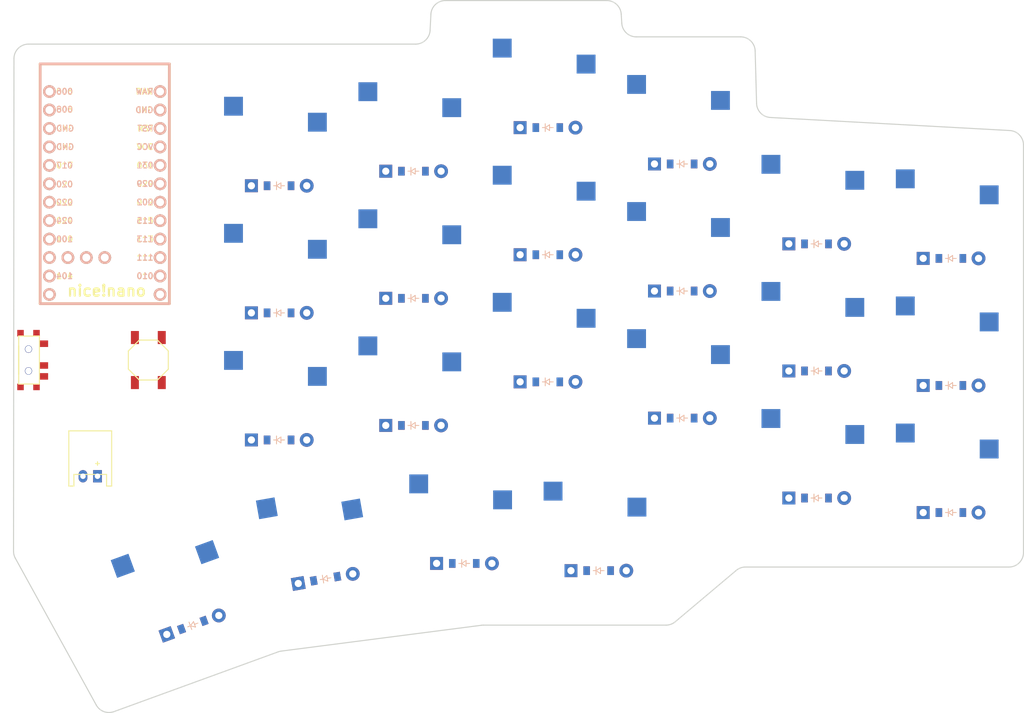
<source format=kicad_pcb>


(kicad_pcb (version 20171130) (host pcbnew 5.1.6)

  (page A3)
  (title_block
    (title "right")
    (rev "v1.0.0")
    (company "Unknown")
  )

  (general
    (thickness 1.6)
  )

  (layers
    (0 F.Cu signal)
    (31 B.Cu signal)
    (32 B.Adhes user)
    (33 F.Adhes user)
    (34 B.Paste user)
    (35 F.Paste user)
    (36 B.SilkS user)
    (37 F.SilkS user)
    (38 B.Mask user)
    (39 F.Mask user)
    (40 Dwgs.User user)
    (41 Cmts.User user)
    (42 Eco1.User user)
    (43 Eco2.User user)
    (44 Edge.Cuts user)
    (45 Margin user)
    (46 B.CrtYd user)
    (47 F.CrtYd user)
    (48 B.Fab user)
    (49 F.Fab user)
  )

  (setup
    (last_trace_width 0.25)
    (trace_clearance 0.2)
    (zone_clearance 0.508)
    (zone_45_only no)
    (trace_min 0.2)
    (via_size 0.8)
    (via_drill 0.4)
    (via_min_size 0.4)
    (via_min_drill 0.3)
    (uvia_size 0.3)
    (uvia_drill 0.1)
    (uvias_allowed no)
    (uvia_min_size 0.2)
    (uvia_min_drill 0.1)
    (edge_width 0.05)
    (segment_width 0.2)
    (pcb_text_width 0.3)
    (pcb_text_size 1.5 1.5)
    (mod_edge_width 0.12)
    (mod_text_size 1 1)
    (mod_text_width 0.15)
    (pad_size 1.524 1.524)
    (pad_drill 0.762)
    (pad_to_mask_clearance 0.05)
    (aux_axis_origin 0 0)
    (visible_elements FFFFFF7F)
    (pcbplotparams
      (layerselection 0x010fc_ffffffff)
      (usegerberextensions false)
      (usegerberattributes true)
      (usegerberadvancedattributes true)
      (creategerberjobfile true)
      (excludeedgelayer true)
      (linewidth 0.100000)
      (plotframeref false)
      (viasonmask false)
      (mode 1)
      (useauxorigin false)
      (hpglpennumber 1)
      (hpglpenspeed 20)
      (hpglpendiameter 15.000000)
      (psnegative false)
      (psa4output false)
      (plotreference true)
      (plotvalue true)
      (plotinvisibletext false)
      (padsonsilk false)
      (subtractmaskfromsilk false)
      (outputformat 1)
      (mirror false)
      (drillshape 1)
      (scaleselection 1)
      (outputdirectory ""))
  )

  (net 0 "")
(net 1 "P104")
(net 2 "mirror_first_bottom")
(net 3 "mirror_first_home")
(net 4 "mirror_first_top")
(net 5 "P113")
(net 6 "mirror_second_bottom")
(net 7 "mirror_second_home")
(net 8 "mirror_second_top")
(net 9 "P115")
(net 10 "mirror_third_bottom")
(net 11 "mirror_third_home")
(net 12 "mirror_third_top")
(net 13 "P002")
(net 14 "mirror_fourth_bottom")
(net 15 "mirror_fourth_home")
(net 16 "mirror_fourth_top")
(net 17 "P029")
(net 18 "mirror_fifth_bottom")
(net 19 "mirror_fifth_home")
(net 20 "mirror_fifth_top")
(net 21 "P031")
(net 22 "mirror_sixth_bottom")
(net 23 "mirror_sixth_home")
(net 24 "mirror_sixth_top")
(net 25 "mirror_first_only")
(net 26 "mirror_second_only")
(net 27 "mirror_third_only")
(net 28 "mirror_fourth_only")
(net 29 "P009")
(net 30 "P010")
(net 31 "P111")
(net 32 "P106")
(net 33 "RAW")
(net 34 "GND")
(net 35 "RST")
(net 36 "VCC")
(net 37 "P006")
(net 38 "P008")
(net 39 "P017")
(net 40 "P020")
(net 41 "P022")
(net 42 "P024")
(net 43 "P100")
(net 44 "P011")
(net 45 "P101")
(net 46 "P102")
(net 47 "P107")
(net 48 "pos")

  (net_class Default "This is the default net class."
    (clearance 0.2)
    (trace_width 0.25)
    (via_dia 0.8)
    (via_drill 0.4)
    (uvia_dia 0.3)
    (uvia_drill 0.1)
    (add_net "")
(add_net "P104")
(add_net "mirror_first_bottom")
(add_net "mirror_first_home")
(add_net "mirror_first_top")
(add_net "P113")
(add_net "mirror_second_bottom")
(add_net "mirror_second_home")
(add_net "mirror_second_top")
(add_net "P115")
(add_net "mirror_third_bottom")
(add_net "mirror_third_home")
(add_net "mirror_third_top")
(add_net "P002")
(add_net "mirror_fourth_bottom")
(add_net "mirror_fourth_home")
(add_net "mirror_fourth_top")
(add_net "P029")
(add_net "mirror_fifth_bottom")
(add_net "mirror_fifth_home")
(add_net "mirror_fifth_top")
(add_net "P031")
(add_net "mirror_sixth_bottom")
(add_net "mirror_sixth_home")
(add_net "mirror_sixth_top")
(add_net "mirror_first_only")
(add_net "mirror_second_only")
(add_net "mirror_third_only")
(add_net "mirror_fourth_only")
(add_net "P009")
(add_net "P010")
(add_net "P111")
(add_net "P106")
(add_net "RAW")
(add_net "GND")
(add_net "RST")
(add_net "VCC")
(add_net "P006")
(add_net "P008")
(add_net "P017")
(add_net "P020")
(add_net "P022")
(add_net "P024")
(add_net "P100")
(add_net "P011")
(add_net "P101")
(add_net "P102")
(add_net "P107")
(add_net "pos")
  )

  
        
      (module PG1350 (layer F.Cu) (tedit 5DD50112)
      (at 385 82.5 0)

      
      (fp_text reference "S1" (at 0 0) (layer F.SilkS) hide (effects (font (size 1.27 1.27) (thickness 0.15))))
      (fp_text value "" (at 0 0) (layer F.SilkS) hide (effects (font (size 1.27 1.27) (thickness 0.15))))

      
      (fp_line (start -7 -6) (end -7 -7) (layer Dwgs.User) (width 0.15))
      (fp_line (start -7 7) (end -6 7) (layer Dwgs.User) (width 0.15))
      (fp_line (start -6 -7) (end -7 -7) (layer Dwgs.User) (width 0.15))
      (fp_line (start -7 7) (end -7 6) (layer Dwgs.User) (width 0.15))
      (fp_line (start 7 6) (end 7 7) (layer Dwgs.User) (width 0.15))
      (fp_line (start 7 -7) (end 6 -7) (layer Dwgs.User) (width 0.15))
      (fp_line (start 6 7) (end 7 7) (layer Dwgs.User) (width 0.15))
      (fp_line (start 7 -7) (end 7 -6) (layer Dwgs.User) (width 0.15))      
      
      
      (pad "" np_thru_hole circle (at 0 0) (size 3.429 3.429) (drill 3.429) (layers *.Cu *.Mask))
        
      
      (pad "" np_thru_hole circle (at 5.5 0) (size 1.7018 1.7018) (drill 1.7018) (layers *.Cu *.Mask))
      (pad "" np_thru_hole circle (at -5.5 0) (size 1.7018 1.7018) (drill 1.7018) (layers *.Cu *.Mask))
      
        
      
      (fp_line (start -9 -8.5) (end 9 -8.5) (layer Dwgs.User) (width 0.15))
      (fp_line (start 9 -8.5) (end 9 8.5) (layer Dwgs.User) (width 0.15))
      (fp_line (start 9 8.5) (end -9 8.5) (layer Dwgs.User) (width 0.15))
      (fp_line (start -9 8.5) (end -9 -8.5) (layer Dwgs.User) (width 0.15))
      
        
          
          (pad "" np_thru_hole circle (at 5 -3.75) (size 3 3) (drill 3) (layers *.Cu *.Mask))
          (pad "" np_thru_hole circle (at 0 -5.95) (size 3 3) (drill 3) (layers *.Cu *.Mask))
      
          
          (pad 1 smd rect (at -3.275 -5.95 0) (size 2.6 2.6) (layers B.Cu B.Paste B.Mask)  (net 1 "P104"))
          (pad 2 smd rect (at 8.275 -3.75 0) (size 2.6 2.6) (layers B.Cu B.Paste B.Mask)  (net 2 "mirror_first_bottom"))
        )
        

        
      (module PG1350 (layer F.Cu) (tedit 5DD50112)
      (at 385 65 0)

      
      (fp_text reference "S2" (at 0 0) (layer F.SilkS) hide (effects (font (size 1.27 1.27) (thickness 0.15))))
      (fp_text value "" (at 0 0) (layer F.SilkS) hide (effects (font (size 1.27 1.27) (thickness 0.15))))

      
      (fp_line (start -7 -6) (end -7 -7) (layer Dwgs.User) (width 0.15))
      (fp_line (start -7 7) (end -6 7) (layer Dwgs.User) (width 0.15))
      (fp_line (start -6 -7) (end -7 -7) (layer Dwgs.User) (width 0.15))
      (fp_line (start -7 7) (end -7 6) (layer Dwgs.User) (width 0.15))
      (fp_line (start 7 6) (end 7 7) (layer Dwgs.User) (width 0.15))
      (fp_line (start 7 -7) (end 6 -7) (layer Dwgs.User) (width 0.15))
      (fp_line (start 6 7) (end 7 7) (layer Dwgs.User) (width 0.15))
      (fp_line (start 7 -7) (end 7 -6) (layer Dwgs.User) (width 0.15))      
      
      
      (pad "" np_thru_hole circle (at 0 0) (size 3.429 3.429) (drill 3.429) (layers *.Cu *.Mask))
        
      
      (pad "" np_thru_hole circle (at 5.5 0) (size 1.7018 1.7018) (drill 1.7018) (layers *.Cu *.Mask))
      (pad "" np_thru_hole circle (at -5.5 0) (size 1.7018 1.7018) (drill 1.7018) (layers *.Cu *.Mask))
      
        
      
      (fp_line (start -9 -8.5) (end 9 -8.5) (layer Dwgs.User) (width 0.15))
      (fp_line (start 9 -8.5) (end 9 8.5) (layer Dwgs.User) (width 0.15))
      (fp_line (start 9 8.5) (end -9 8.5) (layer Dwgs.User) (width 0.15))
      (fp_line (start -9 8.5) (end -9 -8.5) (layer Dwgs.User) (width 0.15))
      
        
          
          (pad "" np_thru_hole circle (at 5 -3.75) (size 3 3) (drill 3) (layers *.Cu *.Mask))
          (pad "" np_thru_hole circle (at 0 -5.95) (size 3 3) (drill 3) (layers *.Cu *.Mask))
      
          
          (pad 1 smd rect (at -3.275 -5.95 0) (size 2.6 2.6) (layers B.Cu B.Paste B.Mask)  (net 1 "P104"))
          (pad 2 smd rect (at 8.275 -3.75 0) (size 2.6 2.6) (layers B.Cu B.Paste B.Mask)  (net 3 "mirror_first_home"))
        )
        

        
      (module PG1350 (layer F.Cu) (tedit 5DD50112)
      (at 385 47.5 0)

      
      (fp_text reference "S3" (at 0 0) (layer F.SilkS) hide (effects (font (size 1.27 1.27) (thickness 0.15))))
      (fp_text value "" (at 0 0) (layer F.SilkS) hide (effects (font (size 1.27 1.27) (thickness 0.15))))

      
      (fp_line (start -7 -6) (end -7 -7) (layer Dwgs.User) (width 0.15))
      (fp_line (start -7 7) (end -6 7) (layer Dwgs.User) (width 0.15))
      (fp_line (start -6 -7) (end -7 -7) (layer Dwgs.User) (width 0.15))
      (fp_line (start -7 7) (end -7 6) (layer Dwgs.User) (width 0.15))
      (fp_line (start 7 6) (end 7 7) (layer Dwgs.User) (width 0.15))
      (fp_line (start 7 -7) (end 6 -7) (layer Dwgs.User) (width 0.15))
      (fp_line (start 6 7) (end 7 7) (layer Dwgs.User) (width 0.15))
      (fp_line (start 7 -7) (end 7 -6) (layer Dwgs.User) (width 0.15))      
      
      
      (pad "" np_thru_hole circle (at 0 0) (size 3.429 3.429) (drill 3.429) (layers *.Cu *.Mask))
        
      
      (pad "" np_thru_hole circle (at 5.5 0) (size 1.7018 1.7018) (drill 1.7018) (layers *.Cu *.Mask))
      (pad "" np_thru_hole circle (at -5.5 0) (size 1.7018 1.7018) (drill 1.7018) (layers *.Cu *.Mask))
      
        
      
      (fp_line (start -9 -8.5) (end 9 -8.5) (layer Dwgs.User) (width 0.15))
      (fp_line (start 9 -8.5) (end 9 8.5) (layer Dwgs.User) (width 0.15))
      (fp_line (start 9 8.5) (end -9 8.5) (layer Dwgs.User) (width 0.15))
      (fp_line (start -9 8.5) (end -9 -8.5) (layer Dwgs.User) (width 0.15))
      
        
          
          (pad "" np_thru_hole circle (at 5 -3.75) (size 3 3) (drill 3) (layers *.Cu *.Mask))
          (pad "" np_thru_hole circle (at 0 -5.95) (size 3 3) (drill 3) (layers *.Cu *.Mask))
      
          
          (pad 1 smd rect (at -3.275 -5.95 0) (size 2.6 2.6) (layers B.Cu B.Paste B.Mask)  (net 1 "P104"))
          (pad 2 smd rect (at 8.275 -3.75 0) (size 2.6 2.6) (layers B.Cu B.Paste B.Mask)  (net 4 "mirror_first_top"))
        )
        

        
      (module PG1350 (layer F.Cu) (tedit 5DD50112)
      (at 366.5 80.5 0)

      
      (fp_text reference "S4" (at 0 0) (layer F.SilkS) hide (effects (font (size 1.27 1.27) (thickness 0.15))))
      (fp_text value "" (at 0 0) (layer F.SilkS) hide (effects (font (size 1.27 1.27) (thickness 0.15))))

      
      (fp_line (start -7 -6) (end -7 -7) (layer Dwgs.User) (width 0.15))
      (fp_line (start -7 7) (end -6 7) (layer Dwgs.User) (width 0.15))
      (fp_line (start -6 -7) (end -7 -7) (layer Dwgs.User) (width 0.15))
      (fp_line (start -7 7) (end -7 6) (layer Dwgs.User) (width 0.15))
      (fp_line (start 7 6) (end 7 7) (layer Dwgs.User) (width 0.15))
      (fp_line (start 7 -7) (end 6 -7) (layer Dwgs.User) (width 0.15))
      (fp_line (start 6 7) (end 7 7) (layer Dwgs.User) (width 0.15))
      (fp_line (start 7 -7) (end 7 -6) (layer Dwgs.User) (width 0.15))      
      
      
      (pad "" np_thru_hole circle (at 0 0) (size 3.429 3.429) (drill 3.429) (layers *.Cu *.Mask))
        
      
      (pad "" np_thru_hole circle (at 5.5 0) (size 1.7018 1.7018) (drill 1.7018) (layers *.Cu *.Mask))
      (pad "" np_thru_hole circle (at -5.5 0) (size 1.7018 1.7018) (drill 1.7018) (layers *.Cu *.Mask))
      
        
      
      (fp_line (start -9 -8.5) (end 9 -8.5) (layer Dwgs.User) (width 0.15))
      (fp_line (start 9 -8.5) (end 9 8.5) (layer Dwgs.User) (width 0.15))
      (fp_line (start 9 8.5) (end -9 8.5) (layer Dwgs.User) (width 0.15))
      (fp_line (start -9 8.5) (end -9 -8.5) (layer Dwgs.User) (width 0.15))
      
        
          
          (pad "" np_thru_hole circle (at 5 -3.75) (size 3 3) (drill 3) (layers *.Cu *.Mask))
          (pad "" np_thru_hole circle (at 0 -5.95) (size 3 3) (drill 3) (layers *.Cu *.Mask))
      
          
          (pad 1 smd rect (at -3.275 -5.95 0) (size 2.6 2.6) (layers B.Cu B.Paste B.Mask)  (net 5 "P113"))
          (pad 2 smd rect (at 8.275 -3.75 0) (size 2.6 2.6) (layers B.Cu B.Paste B.Mask)  (net 6 "mirror_second_bottom"))
        )
        

        
      (module PG1350 (layer F.Cu) (tedit 5DD50112)
      (at 366.5 63 0)

      
      (fp_text reference "S5" (at 0 0) (layer F.SilkS) hide (effects (font (size 1.27 1.27) (thickness 0.15))))
      (fp_text value "" (at 0 0) (layer F.SilkS) hide (effects (font (size 1.27 1.27) (thickness 0.15))))

      
      (fp_line (start -7 -6) (end -7 -7) (layer Dwgs.User) (width 0.15))
      (fp_line (start -7 7) (end -6 7) (layer Dwgs.User) (width 0.15))
      (fp_line (start -6 -7) (end -7 -7) (layer Dwgs.User) (width 0.15))
      (fp_line (start -7 7) (end -7 6) (layer Dwgs.User) (width 0.15))
      (fp_line (start 7 6) (end 7 7) (layer Dwgs.User) (width 0.15))
      (fp_line (start 7 -7) (end 6 -7) (layer Dwgs.User) (width 0.15))
      (fp_line (start 6 7) (end 7 7) (layer Dwgs.User) (width 0.15))
      (fp_line (start 7 -7) (end 7 -6) (layer Dwgs.User) (width 0.15))      
      
      
      (pad "" np_thru_hole circle (at 0 0) (size 3.429 3.429) (drill 3.429) (layers *.Cu *.Mask))
        
      
      (pad "" np_thru_hole circle (at 5.5 0) (size 1.7018 1.7018) (drill 1.7018) (layers *.Cu *.Mask))
      (pad "" np_thru_hole circle (at -5.5 0) (size 1.7018 1.7018) (drill 1.7018) (layers *.Cu *.Mask))
      
        
      
      (fp_line (start -9 -8.5) (end 9 -8.5) (layer Dwgs.User) (width 0.15))
      (fp_line (start 9 -8.5) (end 9 8.5) (layer Dwgs.User) (width 0.15))
      (fp_line (start 9 8.5) (end -9 8.5) (layer Dwgs.User) (width 0.15))
      (fp_line (start -9 8.5) (end -9 -8.5) (layer Dwgs.User) (width 0.15))
      
        
          
          (pad "" np_thru_hole circle (at 5 -3.75) (size 3 3) (drill 3) (layers *.Cu *.Mask))
          (pad "" np_thru_hole circle (at 0 -5.95) (size 3 3) (drill 3) (layers *.Cu *.Mask))
      
          
          (pad 1 smd rect (at -3.275 -5.95 0) (size 2.6 2.6) (layers B.Cu B.Paste B.Mask)  (net 5 "P113"))
          (pad 2 smd rect (at 8.275 -3.75 0) (size 2.6 2.6) (layers B.Cu B.Paste B.Mask)  (net 7 "mirror_second_home"))
        )
        

        
      (module PG1350 (layer F.Cu) (tedit 5DD50112)
      (at 366.5 45.5 0)

      
      (fp_text reference "S6" (at 0 0) (layer F.SilkS) hide (effects (font (size 1.27 1.27) (thickness 0.15))))
      (fp_text value "" (at 0 0) (layer F.SilkS) hide (effects (font (size 1.27 1.27) (thickness 0.15))))

      
      (fp_line (start -7 -6) (end -7 -7) (layer Dwgs.User) (width 0.15))
      (fp_line (start -7 7) (end -6 7) (layer Dwgs.User) (width 0.15))
      (fp_line (start -6 -7) (end -7 -7) (layer Dwgs.User) (width 0.15))
      (fp_line (start -7 7) (end -7 6) (layer Dwgs.User) (width 0.15))
      (fp_line (start 7 6) (end 7 7) (layer Dwgs.User) (width 0.15))
      (fp_line (start 7 -7) (end 6 -7) (layer Dwgs.User) (width 0.15))
      (fp_line (start 6 7) (end 7 7) (layer Dwgs.User) (width 0.15))
      (fp_line (start 7 -7) (end 7 -6) (layer Dwgs.User) (width 0.15))      
      
      
      (pad "" np_thru_hole circle (at 0 0) (size 3.429 3.429) (drill 3.429) (layers *.Cu *.Mask))
        
      
      (pad "" np_thru_hole circle (at 5.5 0) (size 1.7018 1.7018) (drill 1.7018) (layers *.Cu *.Mask))
      (pad "" np_thru_hole circle (at -5.5 0) (size 1.7018 1.7018) (drill 1.7018) (layers *.Cu *.Mask))
      
        
      
      (fp_line (start -9 -8.5) (end 9 -8.5) (layer Dwgs.User) (width 0.15))
      (fp_line (start 9 -8.5) (end 9 8.5) (layer Dwgs.User) (width 0.15))
      (fp_line (start 9 8.5) (end -9 8.5) (layer Dwgs.User) (width 0.15))
      (fp_line (start -9 8.5) (end -9 -8.5) (layer Dwgs.User) (width 0.15))
      
        
          
          (pad "" np_thru_hole circle (at 5 -3.75) (size 3 3) (drill 3) (layers *.Cu *.Mask))
          (pad "" np_thru_hole circle (at 0 -5.95) (size 3 3) (drill 3) (layers *.Cu *.Mask))
      
          
          (pad 1 smd rect (at -3.275 -5.95 0) (size 2.6 2.6) (layers B.Cu B.Paste B.Mask)  (net 5 "P113"))
          (pad 2 smd rect (at 8.275 -3.75 0) (size 2.6 2.6) (layers B.Cu B.Paste B.Mask)  (net 8 "mirror_second_top"))
        )
        

        
      (module PG1350 (layer F.Cu) (tedit 5DD50112)
      (at 348 69.5 0)

      
      (fp_text reference "S7" (at 0 0) (layer F.SilkS) hide (effects (font (size 1.27 1.27) (thickness 0.15))))
      (fp_text value "" (at 0 0) (layer F.SilkS) hide (effects (font (size 1.27 1.27) (thickness 0.15))))

      
      (fp_line (start -7 -6) (end -7 -7) (layer Dwgs.User) (width 0.15))
      (fp_line (start -7 7) (end -6 7) (layer Dwgs.User) (width 0.15))
      (fp_line (start -6 -7) (end -7 -7) (layer Dwgs.User) (width 0.15))
      (fp_line (start -7 7) (end -7 6) (layer Dwgs.User) (width 0.15))
      (fp_line (start 7 6) (end 7 7) (layer Dwgs.User) (width 0.15))
      (fp_line (start 7 -7) (end 6 -7) (layer Dwgs.User) (width 0.15))
      (fp_line (start 6 7) (end 7 7) (layer Dwgs.User) (width 0.15))
      (fp_line (start 7 -7) (end 7 -6) (layer Dwgs.User) (width 0.15))      
      
      
      (pad "" np_thru_hole circle (at 0 0) (size 3.429 3.429) (drill 3.429) (layers *.Cu *.Mask))
        
      
      (pad "" np_thru_hole circle (at 5.5 0) (size 1.7018 1.7018) (drill 1.7018) (layers *.Cu *.Mask))
      (pad "" np_thru_hole circle (at -5.5 0) (size 1.7018 1.7018) (drill 1.7018) (layers *.Cu *.Mask))
      
        
      
      (fp_line (start -9 -8.5) (end 9 -8.5) (layer Dwgs.User) (width 0.15))
      (fp_line (start 9 -8.5) (end 9 8.5) (layer Dwgs.User) (width 0.15))
      (fp_line (start 9 8.5) (end -9 8.5) (layer Dwgs.User) (width 0.15))
      (fp_line (start -9 8.5) (end -9 -8.5) (layer Dwgs.User) (width 0.15))
      
        
          
          (pad "" np_thru_hole circle (at 5 -3.75) (size 3 3) (drill 3) (layers *.Cu *.Mask))
          (pad "" np_thru_hole circle (at 0 -5.95) (size 3 3) (drill 3) (layers *.Cu *.Mask))
      
          
          (pad 1 smd rect (at -3.275 -5.95 0) (size 2.6 2.6) (layers B.Cu B.Paste B.Mask)  (net 9 "P115"))
          (pad 2 smd rect (at 8.275 -3.75 0) (size 2.6 2.6) (layers B.Cu B.Paste B.Mask)  (net 10 "mirror_third_bottom"))
        )
        

        
      (module PG1350 (layer F.Cu) (tedit 5DD50112)
      (at 348 52 0)

      
      (fp_text reference "S8" (at 0 0) (layer F.SilkS) hide (effects (font (size 1.27 1.27) (thickness 0.15))))
      (fp_text value "" (at 0 0) (layer F.SilkS) hide (effects (font (size 1.27 1.27) (thickness 0.15))))

      
      (fp_line (start -7 -6) (end -7 -7) (layer Dwgs.User) (width 0.15))
      (fp_line (start -7 7) (end -6 7) (layer Dwgs.User) (width 0.15))
      (fp_line (start -6 -7) (end -7 -7) (layer Dwgs.User) (width 0.15))
      (fp_line (start -7 7) (end -7 6) (layer Dwgs.User) (width 0.15))
      (fp_line (start 7 6) (end 7 7) (layer Dwgs.User) (width 0.15))
      (fp_line (start 7 -7) (end 6 -7) (layer Dwgs.User) (width 0.15))
      (fp_line (start 6 7) (end 7 7) (layer Dwgs.User) (width 0.15))
      (fp_line (start 7 -7) (end 7 -6) (layer Dwgs.User) (width 0.15))      
      
      
      (pad "" np_thru_hole circle (at 0 0) (size 3.429 3.429) (drill 3.429) (layers *.Cu *.Mask))
        
      
      (pad "" np_thru_hole circle (at 5.5 0) (size 1.7018 1.7018) (drill 1.7018) (layers *.Cu *.Mask))
      (pad "" np_thru_hole circle (at -5.5 0) (size 1.7018 1.7018) (drill 1.7018) (layers *.Cu *.Mask))
      
        
      
      (fp_line (start -9 -8.5) (end 9 -8.5) (layer Dwgs.User) (width 0.15))
      (fp_line (start 9 -8.5) (end 9 8.5) (layer Dwgs.User) (width 0.15))
      (fp_line (start 9 8.5) (end -9 8.5) (layer Dwgs.User) (width 0.15))
      (fp_line (start -9 8.5) (end -9 -8.5) (layer Dwgs.User) (width 0.15))
      
        
          
          (pad "" np_thru_hole circle (at 5 -3.75) (size 3 3) (drill 3) (layers *.Cu *.Mask))
          (pad "" np_thru_hole circle (at 0 -5.95) (size 3 3) (drill 3) (layers *.Cu *.Mask))
      
          
          (pad 1 smd rect (at -3.275 -5.95 0) (size 2.6 2.6) (layers B.Cu B.Paste B.Mask)  (net 9 "P115"))
          (pad 2 smd rect (at 8.275 -3.75 0) (size 2.6 2.6) (layers B.Cu B.Paste B.Mask)  (net 11 "mirror_third_home"))
        )
        

        
      (module PG1350 (layer F.Cu) (tedit 5DD50112)
      (at 348 34.5 0)

      
      (fp_text reference "S9" (at 0 0) (layer F.SilkS) hide (effects (font (size 1.27 1.27) (thickness 0.15))))
      (fp_text value "" (at 0 0) (layer F.SilkS) hide (effects (font (size 1.27 1.27) (thickness 0.15))))

      
      (fp_line (start -7 -6) (end -7 -7) (layer Dwgs.User) (width 0.15))
      (fp_line (start -7 7) (end -6 7) (layer Dwgs.User) (width 0.15))
      (fp_line (start -6 -7) (end -7 -7) (layer Dwgs.User) (width 0.15))
      (fp_line (start -7 7) (end -7 6) (layer Dwgs.User) (width 0.15))
      (fp_line (start 7 6) (end 7 7) (layer Dwgs.User) (width 0.15))
      (fp_line (start 7 -7) (end 6 -7) (layer Dwgs.User) (width 0.15))
      (fp_line (start 6 7) (end 7 7) (layer Dwgs.User) (width 0.15))
      (fp_line (start 7 -7) (end 7 -6) (layer Dwgs.User) (width 0.15))      
      
      
      (pad "" np_thru_hole circle (at 0 0) (size 3.429 3.429) (drill 3.429) (layers *.Cu *.Mask))
        
      
      (pad "" np_thru_hole circle (at 5.5 0) (size 1.7018 1.7018) (drill 1.7018) (layers *.Cu *.Mask))
      (pad "" np_thru_hole circle (at -5.5 0) (size 1.7018 1.7018) (drill 1.7018) (layers *.Cu *.Mask))
      
        
      
      (fp_line (start -9 -8.5) (end 9 -8.5) (layer Dwgs.User) (width 0.15))
      (fp_line (start 9 -8.5) (end 9 8.5) (layer Dwgs.User) (width 0.15))
      (fp_line (start 9 8.5) (end -9 8.5) (layer Dwgs.User) (width 0.15))
      (fp_line (start -9 8.5) (end -9 -8.5) (layer Dwgs.User) (width 0.15))
      
        
          
          (pad "" np_thru_hole circle (at 5 -3.75) (size 3 3) (drill 3) (layers *.Cu *.Mask))
          (pad "" np_thru_hole circle (at 0 -5.95) (size 3 3) (drill 3) (layers *.Cu *.Mask))
      
          
          (pad 1 smd rect (at -3.275 -5.95 0) (size 2.6 2.6) (layers B.Cu B.Paste B.Mask)  (net 9 "P115"))
          (pad 2 smd rect (at 8.275 -3.75 0) (size 2.6 2.6) (layers B.Cu B.Paste B.Mask)  (net 12 "mirror_third_top"))
        )
        

        
      (module PG1350 (layer F.Cu) (tedit 5DD50112)
      (at 329.5 64.5 0)

      
      (fp_text reference "S10" (at 0 0) (layer F.SilkS) hide (effects (font (size 1.27 1.27) (thickness 0.15))))
      (fp_text value "" (at 0 0) (layer F.SilkS) hide (effects (font (size 1.27 1.27) (thickness 0.15))))

      
      (fp_line (start -7 -6) (end -7 -7) (layer Dwgs.User) (width 0.15))
      (fp_line (start -7 7) (end -6 7) (layer Dwgs.User) (width 0.15))
      (fp_line (start -6 -7) (end -7 -7) (layer Dwgs.User) (width 0.15))
      (fp_line (start -7 7) (end -7 6) (layer Dwgs.User) (width 0.15))
      (fp_line (start 7 6) (end 7 7) (layer Dwgs.User) (width 0.15))
      (fp_line (start 7 -7) (end 6 -7) (layer Dwgs.User) (width 0.15))
      (fp_line (start 6 7) (end 7 7) (layer Dwgs.User) (width 0.15))
      (fp_line (start 7 -7) (end 7 -6) (layer Dwgs.User) (width 0.15))      
      
      
      (pad "" np_thru_hole circle (at 0 0) (size 3.429 3.429) (drill 3.429) (layers *.Cu *.Mask))
        
      
      (pad "" np_thru_hole circle (at 5.5 0) (size 1.7018 1.7018) (drill 1.7018) (layers *.Cu *.Mask))
      (pad "" np_thru_hole circle (at -5.5 0) (size 1.7018 1.7018) (drill 1.7018) (layers *.Cu *.Mask))
      
        
      
      (fp_line (start -9 -8.5) (end 9 -8.5) (layer Dwgs.User) (width 0.15))
      (fp_line (start 9 -8.5) (end 9 8.5) (layer Dwgs.User) (width 0.15))
      (fp_line (start 9 8.5) (end -9 8.5) (layer Dwgs.User) (width 0.15))
      (fp_line (start -9 8.5) (end -9 -8.5) (layer Dwgs.User) (width 0.15))
      
        
          
          (pad "" np_thru_hole circle (at 5 -3.75) (size 3 3) (drill 3) (layers *.Cu *.Mask))
          (pad "" np_thru_hole circle (at 0 -5.95) (size 3 3) (drill 3) (layers *.Cu *.Mask))
      
          
          (pad 1 smd rect (at -3.275 -5.95 0) (size 2.6 2.6) (layers B.Cu B.Paste B.Mask)  (net 13 "P002"))
          (pad 2 smd rect (at 8.275 -3.75 0) (size 2.6 2.6) (layers B.Cu B.Paste B.Mask)  (net 14 "mirror_fourth_bottom"))
        )
        

        
      (module PG1350 (layer F.Cu) (tedit 5DD50112)
      (at 329.5 47 0)

      
      (fp_text reference "S11" (at 0 0) (layer F.SilkS) hide (effects (font (size 1.27 1.27) (thickness 0.15))))
      (fp_text value "" (at 0 0) (layer F.SilkS) hide (effects (font (size 1.27 1.27) (thickness 0.15))))

      
      (fp_line (start -7 -6) (end -7 -7) (layer Dwgs.User) (width 0.15))
      (fp_line (start -7 7) (end -6 7) (layer Dwgs.User) (width 0.15))
      (fp_line (start -6 -7) (end -7 -7) (layer Dwgs.User) (width 0.15))
      (fp_line (start -7 7) (end -7 6) (layer Dwgs.User) (width 0.15))
      (fp_line (start 7 6) (end 7 7) (layer Dwgs.User) (width 0.15))
      (fp_line (start 7 -7) (end 6 -7) (layer Dwgs.User) (width 0.15))
      (fp_line (start 6 7) (end 7 7) (layer Dwgs.User) (width 0.15))
      (fp_line (start 7 -7) (end 7 -6) (layer Dwgs.User) (width 0.15))      
      
      
      (pad "" np_thru_hole circle (at 0 0) (size 3.429 3.429) (drill 3.429) (layers *.Cu *.Mask))
        
      
      (pad "" np_thru_hole circle (at 5.5 0) (size 1.7018 1.7018) (drill 1.7018) (layers *.Cu *.Mask))
      (pad "" np_thru_hole circle (at -5.5 0) (size 1.7018 1.7018) (drill 1.7018) (layers *.Cu *.Mask))
      
        
      
      (fp_line (start -9 -8.5) (end 9 -8.5) (layer Dwgs.User) (width 0.15))
      (fp_line (start 9 -8.5) (end 9 8.5) (layer Dwgs.User) (width 0.15))
      (fp_line (start 9 8.5) (end -9 8.5) (layer Dwgs.User) (width 0.15))
      (fp_line (start -9 8.5) (end -9 -8.5) (layer Dwgs.User) (width 0.15))
      
        
          
          (pad "" np_thru_hole circle (at 5 -3.75) (size 3 3) (drill 3) (layers *.Cu *.Mask))
          (pad "" np_thru_hole circle (at 0 -5.95) (size 3 3) (drill 3) (layers *.Cu *.Mask))
      
          
          (pad 1 smd rect (at -3.275 -5.95 0) (size 2.6 2.6) (layers B.Cu B.Paste B.Mask)  (net 13 "P002"))
          (pad 2 smd rect (at 8.275 -3.75 0) (size 2.6 2.6) (layers B.Cu B.Paste B.Mask)  (net 15 "mirror_fourth_home"))
        )
        

        
      (module PG1350 (layer F.Cu) (tedit 5DD50112)
      (at 329.5 29.5 0)

      
      (fp_text reference "S12" (at 0 0) (layer F.SilkS) hide (effects (font (size 1.27 1.27) (thickness 0.15))))
      (fp_text value "" (at 0 0) (layer F.SilkS) hide (effects (font (size 1.27 1.27) (thickness 0.15))))

      
      (fp_line (start -7 -6) (end -7 -7) (layer Dwgs.User) (width 0.15))
      (fp_line (start -7 7) (end -6 7) (layer Dwgs.User) (width 0.15))
      (fp_line (start -6 -7) (end -7 -7) (layer Dwgs.User) (width 0.15))
      (fp_line (start -7 7) (end -7 6) (layer Dwgs.User) (width 0.15))
      (fp_line (start 7 6) (end 7 7) (layer Dwgs.User) (width 0.15))
      (fp_line (start 7 -7) (end 6 -7) (layer Dwgs.User) (width 0.15))
      (fp_line (start 6 7) (end 7 7) (layer Dwgs.User) (width 0.15))
      (fp_line (start 7 -7) (end 7 -6) (layer Dwgs.User) (width 0.15))      
      
      
      (pad "" np_thru_hole circle (at 0 0) (size 3.429 3.429) (drill 3.429) (layers *.Cu *.Mask))
        
      
      (pad "" np_thru_hole circle (at 5.5 0) (size 1.7018 1.7018) (drill 1.7018) (layers *.Cu *.Mask))
      (pad "" np_thru_hole circle (at -5.5 0) (size 1.7018 1.7018) (drill 1.7018) (layers *.Cu *.Mask))
      
        
      
      (fp_line (start -9 -8.5) (end 9 -8.5) (layer Dwgs.User) (width 0.15))
      (fp_line (start 9 -8.5) (end 9 8.5) (layer Dwgs.User) (width 0.15))
      (fp_line (start 9 8.5) (end -9 8.5) (layer Dwgs.User) (width 0.15))
      (fp_line (start -9 8.5) (end -9 -8.5) (layer Dwgs.User) (width 0.15))
      
        
          
          (pad "" np_thru_hole circle (at 5 -3.75) (size 3 3) (drill 3) (layers *.Cu *.Mask))
          (pad "" np_thru_hole circle (at 0 -5.95) (size 3 3) (drill 3) (layers *.Cu *.Mask))
      
          
          (pad 1 smd rect (at -3.275 -5.95 0) (size 2.6 2.6) (layers B.Cu B.Paste B.Mask)  (net 13 "P002"))
          (pad 2 smd rect (at 8.275 -3.75 0) (size 2.6 2.6) (layers B.Cu B.Paste B.Mask)  (net 16 "mirror_fourth_top"))
        )
        

        
      (module PG1350 (layer F.Cu) (tedit 5DD50112)
      (at 311 70.5 0)

      
      (fp_text reference "S13" (at 0 0) (layer F.SilkS) hide (effects (font (size 1.27 1.27) (thickness 0.15))))
      (fp_text value "" (at 0 0) (layer F.SilkS) hide (effects (font (size 1.27 1.27) (thickness 0.15))))

      
      (fp_line (start -7 -6) (end -7 -7) (layer Dwgs.User) (width 0.15))
      (fp_line (start -7 7) (end -6 7) (layer Dwgs.User) (width 0.15))
      (fp_line (start -6 -7) (end -7 -7) (layer Dwgs.User) (width 0.15))
      (fp_line (start -7 7) (end -7 6) (layer Dwgs.User) (width 0.15))
      (fp_line (start 7 6) (end 7 7) (layer Dwgs.User) (width 0.15))
      (fp_line (start 7 -7) (end 6 -7) (layer Dwgs.User) (width 0.15))
      (fp_line (start 6 7) (end 7 7) (layer Dwgs.User) (width 0.15))
      (fp_line (start 7 -7) (end 7 -6) (layer Dwgs.User) (width 0.15))      
      
      
      (pad "" np_thru_hole circle (at 0 0) (size 3.429 3.429) (drill 3.429) (layers *.Cu *.Mask))
        
      
      (pad "" np_thru_hole circle (at 5.5 0) (size 1.7018 1.7018) (drill 1.7018) (layers *.Cu *.Mask))
      (pad "" np_thru_hole circle (at -5.5 0) (size 1.7018 1.7018) (drill 1.7018) (layers *.Cu *.Mask))
      
        
      
      (fp_line (start -9 -8.5) (end 9 -8.5) (layer Dwgs.User) (width 0.15))
      (fp_line (start 9 -8.5) (end 9 8.5) (layer Dwgs.User) (width 0.15))
      (fp_line (start 9 8.5) (end -9 8.5) (layer Dwgs.User) (width 0.15))
      (fp_line (start -9 8.5) (end -9 -8.5) (layer Dwgs.User) (width 0.15))
      
        
          
          (pad "" np_thru_hole circle (at 5 -3.75) (size 3 3) (drill 3) (layers *.Cu *.Mask))
          (pad "" np_thru_hole circle (at 0 -5.95) (size 3 3) (drill 3) (layers *.Cu *.Mask))
      
          
          (pad 1 smd rect (at -3.275 -5.95 0) (size 2.6 2.6) (layers B.Cu B.Paste B.Mask)  (net 17 "P029"))
          (pad 2 smd rect (at 8.275 -3.75 0) (size 2.6 2.6) (layers B.Cu B.Paste B.Mask)  (net 18 "mirror_fifth_bottom"))
        )
        

        
      (module PG1350 (layer F.Cu) (tedit 5DD50112)
      (at 311 53 0)

      
      (fp_text reference "S14" (at 0 0) (layer F.SilkS) hide (effects (font (size 1.27 1.27) (thickness 0.15))))
      (fp_text value "" (at 0 0) (layer F.SilkS) hide (effects (font (size 1.27 1.27) (thickness 0.15))))

      
      (fp_line (start -7 -6) (end -7 -7) (layer Dwgs.User) (width 0.15))
      (fp_line (start -7 7) (end -6 7) (layer Dwgs.User) (width 0.15))
      (fp_line (start -6 -7) (end -7 -7) (layer Dwgs.User) (width 0.15))
      (fp_line (start -7 7) (end -7 6) (layer Dwgs.User) (width 0.15))
      (fp_line (start 7 6) (end 7 7) (layer Dwgs.User) (width 0.15))
      (fp_line (start 7 -7) (end 6 -7) (layer Dwgs.User) (width 0.15))
      (fp_line (start 6 7) (end 7 7) (layer Dwgs.User) (width 0.15))
      (fp_line (start 7 -7) (end 7 -6) (layer Dwgs.User) (width 0.15))      
      
      
      (pad "" np_thru_hole circle (at 0 0) (size 3.429 3.429) (drill 3.429) (layers *.Cu *.Mask))
        
      
      (pad "" np_thru_hole circle (at 5.5 0) (size 1.7018 1.7018) (drill 1.7018) (layers *.Cu *.Mask))
      (pad "" np_thru_hole circle (at -5.5 0) (size 1.7018 1.7018) (drill 1.7018) (layers *.Cu *.Mask))
      
        
      
      (fp_line (start -9 -8.5) (end 9 -8.5) (layer Dwgs.User) (width 0.15))
      (fp_line (start 9 -8.5) (end 9 8.5) (layer Dwgs.User) (width 0.15))
      (fp_line (start 9 8.5) (end -9 8.5) (layer Dwgs.User) (width 0.15))
      (fp_line (start -9 8.5) (end -9 -8.5) (layer Dwgs.User) (width 0.15))
      
        
          
          (pad "" np_thru_hole circle (at 5 -3.75) (size 3 3) (drill 3) (layers *.Cu *.Mask))
          (pad "" np_thru_hole circle (at 0 -5.95) (size 3 3) (drill 3) (layers *.Cu *.Mask))
      
          
          (pad 1 smd rect (at -3.275 -5.95 0) (size 2.6 2.6) (layers B.Cu B.Paste B.Mask)  (net 17 "P029"))
          (pad 2 smd rect (at 8.275 -3.75 0) (size 2.6 2.6) (layers B.Cu B.Paste B.Mask)  (net 19 "mirror_fifth_home"))
        )
        

        
      (module PG1350 (layer F.Cu) (tedit 5DD50112)
      (at 311 35.5 0)

      
      (fp_text reference "S15" (at 0 0) (layer F.SilkS) hide (effects (font (size 1.27 1.27) (thickness 0.15))))
      (fp_text value "" (at 0 0) (layer F.SilkS) hide (effects (font (size 1.27 1.27) (thickness 0.15))))

      
      (fp_line (start -7 -6) (end -7 -7) (layer Dwgs.User) (width 0.15))
      (fp_line (start -7 7) (end -6 7) (layer Dwgs.User) (width 0.15))
      (fp_line (start -6 -7) (end -7 -7) (layer Dwgs.User) (width 0.15))
      (fp_line (start -7 7) (end -7 6) (layer Dwgs.User) (width 0.15))
      (fp_line (start 7 6) (end 7 7) (layer Dwgs.User) (width 0.15))
      (fp_line (start 7 -7) (end 6 -7) (layer Dwgs.User) (width 0.15))
      (fp_line (start 6 7) (end 7 7) (layer Dwgs.User) (width 0.15))
      (fp_line (start 7 -7) (end 7 -6) (layer Dwgs.User) (width 0.15))      
      
      
      (pad "" np_thru_hole circle (at 0 0) (size 3.429 3.429) (drill 3.429) (layers *.Cu *.Mask))
        
      
      (pad "" np_thru_hole circle (at 5.5 0) (size 1.7018 1.7018) (drill 1.7018) (layers *.Cu *.Mask))
      (pad "" np_thru_hole circle (at -5.5 0) (size 1.7018 1.7018) (drill 1.7018) (layers *.Cu *.Mask))
      
        
      
      (fp_line (start -9 -8.5) (end 9 -8.5) (layer Dwgs.User) (width 0.15))
      (fp_line (start 9 -8.5) (end 9 8.5) (layer Dwgs.User) (width 0.15))
      (fp_line (start 9 8.5) (end -9 8.5) (layer Dwgs.User) (width 0.15))
      (fp_line (start -9 8.5) (end -9 -8.5) (layer Dwgs.User) (width 0.15))
      
        
          
          (pad "" np_thru_hole circle (at 5 -3.75) (size 3 3) (drill 3) (layers *.Cu *.Mask))
          (pad "" np_thru_hole circle (at 0 -5.95) (size 3 3) (drill 3) (layers *.Cu *.Mask))
      
          
          (pad 1 smd rect (at -3.275 -5.95 0) (size 2.6 2.6) (layers B.Cu B.Paste B.Mask)  (net 17 "P029"))
          (pad 2 smd rect (at 8.275 -3.75 0) (size 2.6 2.6) (layers B.Cu B.Paste B.Mask)  (net 20 "mirror_fifth_top"))
        )
        

        
      (module PG1350 (layer F.Cu) (tedit 5DD50112)
      (at 292.5 72.5 0)

      
      (fp_text reference "S16" (at 0 0) (layer F.SilkS) hide (effects (font (size 1.27 1.27) (thickness 0.15))))
      (fp_text value "" (at 0 0) (layer F.SilkS) hide (effects (font (size 1.27 1.27) (thickness 0.15))))

      
      (fp_line (start -7 -6) (end -7 -7) (layer Dwgs.User) (width 0.15))
      (fp_line (start -7 7) (end -6 7) (layer Dwgs.User) (width 0.15))
      (fp_line (start -6 -7) (end -7 -7) (layer Dwgs.User) (width 0.15))
      (fp_line (start -7 7) (end -7 6) (layer Dwgs.User) (width 0.15))
      (fp_line (start 7 6) (end 7 7) (layer Dwgs.User) (width 0.15))
      (fp_line (start 7 -7) (end 6 -7) (layer Dwgs.User) (width 0.15))
      (fp_line (start 6 7) (end 7 7) (layer Dwgs.User) (width 0.15))
      (fp_line (start 7 -7) (end 7 -6) (layer Dwgs.User) (width 0.15))      
      
      
      (pad "" np_thru_hole circle (at 0 0) (size 3.429 3.429) (drill 3.429) (layers *.Cu *.Mask))
        
      
      (pad "" np_thru_hole circle (at 5.5 0) (size 1.7018 1.7018) (drill 1.7018) (layers *.Cu *.Mask))
      (pad "" np_thru_hole circle (at -5.5 0) (size 1.7018 1.7018) (drill 1.7018) (layers *.Cu *.Mask))
      
        
      
      (fp_line (start -9 -8.5) (end 9 -8.5) (layer Dwgs.User) (width 0.15))
      (fp_line (start 9 -8.5) (end 9 8.5) (layer Dwgs.User) (width 0.15))
      (fp_line (start 9 8.5) (end -9 8.5) (layer Dwgs.User) (width 0.15))
      (fp_line (start -9 8.5) (end -9 -8.5) (layer Dwgs.User) (width 0.15))
      
        
          
          (pad "" np_thru_hole circle (at 5 -3.75) (size 3 3) (drill 3) (layers *.Cu *.Mask))
          (pad "" np_thru_hole circle (at 0 -5.95) (size 3 3) (drill 3) (layers *.Cu *.Mask))
      
          
          (pad 1 smd rect (at -3.275 -5.95 0) (size 2.6 2.6) (layers B.Cu B.Paste B.Mask)  (net 21 "P031"))
          (pad 2 smd rect (at 8.275 -3.75 0) (size 2.6 2.6) (layers B.Cu B.Paste B.Mask)  (net 22 "mirror_sixth_bottom"))
        )
        

        
      (module PG1350 (layer F.Cu) (tedit 5DD50112)
      (at 292.5 55 0)

      
      (fp_text reference "S17" (at 0 0) (layer F.SilkS) hide (effects (font (size 1.27 1.27) (thickness 0.15))))
      (fp_text value "" (at 0 0) (layer F.SilkS) hide (effects (font (size 1.27 1.27) (thickness 0.15))))

      
      (fp_line (start -7 -6) (end -7 -7) (layer Dwgs.User) (width 0.15))
      (fp_line (start -7 7) (end -6 7) (layer Dwgs.User) (width 0.15))
      (fp_line (start -6 -7) (end -7 -7) (layer Dwgs.User) (width 0.15))
      (fp_line (start -7 7) (end -7 6) (layer Dwgs.User) (width 0.15))
      (fp_line (start 7 6) (end 7 7) (layer Dwgs.User) (width 0.15))
      (fp_line (start 7 -7) (end 6 -7) (layer Dwgs.User) (width 0.15))
      (fp_line (start 6 7) (end 7 7) (layer Dwgs.User) (width 0.15))
      (fp_line (start 7 -7) (end 7 -6) (layer Dwgs.User) (width 0.15))      
      
      
      (pad "" np_thru_hole circle (at 0 0) (size 3.429 3.429) (drill 3.429) (layers *.Cu *.Mask))
        
      
      (pad "" np_thru_hole circle (at 5.5 0) (size 1.7018 1.7018) (drill 1.7018) (layers *.Cu *.Mask))
      (pad "" np_thru_hole circle (at -5.5 0) (size 1.7018 1.7018) (drill 1.7018) (layers *.Cu *.Mask))
      
        
      
      (fp_line (start -9 -8.5) (end 9 -8.5) (layer Dwgs.User) (width 0.15))
      (fp_line (start 9 -8.5) (end 9 8.5) (layer Dwgs.User) (width 0.15))
      (fp_line (start 9 8.5) (end -9 8.5) (layer Dwgs.User) (width 0.15))
      (fp_line (start -9 8.5) (end -9 -8.5) (layer Dwgs.User) (width 0.15))
      
        
          
          (pad "" np_thru_hole circle (at 5 -3.75) (size 3 3) (drill 3) (layers *.Cu *.Mask))
          (pad "" np_thru_hole circle (at 0 -5.95) (size 3 3) (drill 3) (layers *.Cu *.Mask))
      
          
          (pad 1 smd rect (at -3.275 -5.95 0) (size 2.6 2.6) (layers B.Cu B.Paste B.Mask)  (net 21 "P031"))
          (pad 2 smd rect (at 8.275 -3.75 0) (size 2.6 2.6) (layers B.Cu B.Paste B.Mask)  (net 23 "mirror_sixth_home"))
        )
        

        
      (module PG1350 (layer F.Cu) (tedit 5DD50112)
      (at 292.5 37.5 0)

      
      (fp_text reference "S18" (at 0 0) (layer F.SilkS) hide (effects (font (size 1.27 1.27) (thickness 0.15))))
      (fp_text value "" (at 0 0) (layer F.SilkS) hide (effects (font (size 1.27 1.27) (thickness 0.15))))

      
      (fp_line (start -7 -6) (end -7 -7) (layer Dwgs.User) (width 0.15))
      (fp_line (start -7 7) (end -6 7) (layer Dwgs.User) (width 0.15))
      (fp_line (start -6 -7) (end -7 -7) (layer Dwgs.User) (width 0.15))
      (fp_line (start -7 7) (end -7 6) (layer Dwgs.User) (width 0.15))
      (fp_line (start 7 6) (end 7 7) (layer Dwgs.User) (width 0.15))
      (fp_line (start 7 -7) (end 6 -7) (layer Dwgs.User) (width 0.15))
      (fp_line (start 6 7) (end 7 7) (layer Dwgs.User) (width 0.15))
      (fp_line (start 7 -7) (end 7 -6) (layer Dwgs.User) (width 0.15))      
      
      
      (pad "" np_thru_hole circle (at 0 0) (size 3.429 3.429) (drill 3.429) (layers *.Cu *.Mask))
        
      
      (pad "" np_thru_hole circle (at 5.5 0) (size 1.7018 1.7018) (drill 1.7018) (layers *.Cu *.Mask))
      (pad "" np_thru_hole circle (at -5.5 0) (size 1.7018 1.7018) (drill 1.7018) (layers *.Cu *.Mask))
      
        
      
      (fp_line (start -9 -8.5) (end 9 -8.5) (layer Dwgs.User) (width 0.15))
      (fp_line (start 9 -8.5) (end 9 8.5) (layer Dwgs.User) (width 0.15))
      (fp_line (start 9 8.5) (end -9 8.5) (layer Dwgs.User) (width 0.15))
      (fp_line (start -9 8.5) (end -9 -8.5) (layer Dwgs.User) (width 0.15))
      
        
          
          (pad "" np_thru_hole circle (at 5 -3.75) (size 3 3) (drill 3) (layers *.Cu *.Mask))
          (pad "" np_thru_hole circle (at 0 -5.95) (size 3 3) (drill 3) (layers *.Cu *.Mask))
      
          
          (pad 1 smd rect (at -3.275 -5.95 0) (size 2.6 2.6) (layers B.Cu B.Paste B.Mask)  (net 21 "P031"))
          (pad 2 smd rect (at 8.275 -3.75 0) (size 2.6 2.6) (layers B.Cu B.Paste B.Mask)  (net 24 "mirror_sixth_top"))
        )
        

        
      (module PG1350 (layer F.Cu) (tedit 5DD50112)
      (at 336.5 90.5 0)

      
      (fp_text reference "S19" (at 0 0) (layer F.SilkS) hide (effects (font (size 1.27 1.27) (thickness 0.15))))
      (fp_text value "" (at 0 0) (layer F.SilkS) hide (effects (font (size 1.27 1.27) (thickness 0.15))))

      
      (fp_line (start -7 -6) (end -7 -7) (layer Dwgs.User) (width 0.15))
      (fp_line (start -7 7) (end -6 7) (layer Dwgs.User) (width 0.15))
      (fp_line (start -6 -7) (end -7 -7) (layer Dwgs.User) (width 0.15))
      (fp_line (start -7 7) (end -7 6) (layer Dwgs.User) (width 0.15))
      (fp_line (start 7 6) (end 7 7) (layer Dwgs.User) (width 0.15))
      (fp_line (start 7 -7) (end 6 -7) (layer Dwgs.User) (width 0.15))
      (fp_line (start 6 7) (end 7 7) (layer Dwgs.User) (width 0.15))
      (fp_line (start 7 -7) (end 7 -6) (layer Dwgs.User) (width 0.15))      
      
      
      (pad "" np_thru_hole circle (at 0 0) (size 3.429 3.429) (drill 3.429) (layers *.Cu *.Mask))
        
      
      (pad "" np_thru_hole circle (at 5.5 0) (size 1.7018 1.7018) (drill 1.7018) (layers *.Cu *.Mask))
      (pad "" np_thru_hole circle (at -5.5 0) (size 1.7018 1.7018) (drill 1.7018) (layers *.Cu *.Mask))
      
        
      
      (fp_line (start -9 -8.5) (end 9 -8.5) (layer Dwgs.User) (width 0.15))
      (fp_line (start 9 -8.5) (end 9 8.5) (layer Dwgs.User) (width 0.15))
      (fp_line (start 9 8.5) (end -9 8.5) (layer Dwgs.User) (width 0.15))
      (fp_line (start -9 8.5) (end -9 -8.5) (layer Dwgs.User) (width 0.15))
      
        
          
          (pad "" np_thru_hole circle (at 5 -3.75) (size 3 3) (drill 3) (layers *.Cu *.Mask))
          (pad "" np_thru_hole circle (at 0 -5.95) (size 3 3) (drill 3) (layers *.Cu *.Mask))
      
          
          (pad 1 smd rect (at -3.275 -5.95 0) (size 2.6 2.6) (layers B.Cu B.Paste B.Mask)  (net 9 "P115"))
          (pad 2 smd rect (at 8.275 -3.75 0) (size 2.6 2.6) (layers B.Cu B.Paste B.Mask)  (net 25 "mirror_first_only"))
        )
        

        
      (module PG1350 (layer F.Cu) (tedit 5DD50112)
      (at 318 89.5 0)

      
      (fp_text reference "S20" (at 0 0) (layer F.SilkS) hide (effects (font (size 1.27 1.27) (thickness 0.15))))
      (fp_text value "" (at 0 0) (layer F.SilkS) hide (effects (font (size 1.27 1.27) (thickness 0.15))))

      
      (fp_line (start -7 -6) (end -7 -7) (layer Dwgs.User) (width 0.15))
      (fp_line (start -7 7) (end -6 7) (layer Dwgs.User) (width 0.15))
      (fp_line (start -6 -7) (end -7 -7) (layer Dwgs.User) (width 0.15))
      (fp_line (start -7 7) (end -7 6) (layer Dwgs.User) (width 0.15))
      (fp_line (start 7 6) (end 7 7) (layer Dwgs.User) (width 0.15))
      (fp_line (start 7 -7) (end 6 -7) (layer Dwgs.User) (width 0.15))
      (fp_line (start 6 7) (end 7 7) (layer Dwgs.User) (width 0.15))
      (fp_line (start 7 -7) (end 7 -6) (layer Dwgs.User) (width 0.15))      
      
      
      (pad "" np_thru_hole circle (at 0 0) (size 3.429 3.429) (drill 3.429) (layers *.Cu *.Mask))
        
      
      (pad "" np_thru_hole circle (at 5.5 0) (size 1.7018 1.7018) (drill 1.7018) (layers *.Cu *.Mask))
      (pad "" np_thru_hole circle (at -5.5 0) (size 1.7018 1.7018) (drill 1.7018) (layers *.Cu *.Mask))
      
        
      
      (fp_line (start -9 -8.5) (end 9 -8.5) (layer Dwgs.User) (width 0.15))
      (fp_line (start 9 -8.5) (end 9 8.5) (layer Dwgs.User) (width 0.15))
      (fp_line (start 9 8.5) (end -9 8.5) (layer Dwgs.User) (width 0.15))
      (fp_line (start -9 8.5) (end -9 -8.5) (layer Dwgs.User) (width 0.15))
      
        
          
          (pad "" np_thru_hole circle (at 5 -3.75) (size 3 3) (drill 3) (layers *.Cu *.Mask))
          (pad "" np_thru_hole circle (at 0 -5.95) (size 3 3) (drill 3) (layers *.Cu *.Mask))
      
          
          (pad 1 smd rect (at -3.275 -5.95 0) (size 2.6 2.6) (layers B.Cu B.Paste B.Mask)  (net 13 "P002"))
          (pad 2 smd rect (at 8.275 -3.75 0) (size 2.6 2.6) (layers B.Cu B.Paste B.Mask)  (net 26 "mirror_second_only"))
        )
        

        
      (module PG1350 (layer F.Cu) (tedit 5DD50112)
      (at 298.0738966 92.19956379999999 10)

      
      (fp_text reference "S21" (at 0 0) (layer F.SilkS) hide (effects (font (size 1.27 1.27) (thickness 0.15))))
      (fp_text value "" (at 0 0) (layer F.SilkS) hide (effects (font (size 1.27 1.27) (thickness 0.15))))

      
      (fp_line (start -7 -6) (end -7 -7) (layer Dwgs.User) (width 0.15))
      (fp_line (start -7 7) (end -6 7) (layer Dwgs.User) (width 0.15))
      (fp_line (start -6 -7) (end -7 -7) (layer Dwgs.User) (width 0.15))
      (fp_line (start -7 7) (end -7 6) (layer Dwgs.User) (width 0.15))
      (fp_line (start 7 6) (end 7 7) (layer Dwgs.User) (width 0.15))
      (fp_line (start 7 -7) (end 6 -7) (layer Dwgs.User) (width 0.15))
      (fp_line (start 6 7) (end 7 7) (layer Dwgs.User) (width 0.15))
      (fp_line (start 7 -7) (end 7 -6) (layer Dwgs.User) (width 0.15))      
      
      
      (pad "" np_thru_hole circle (at 0 0) (size 3.429 3.429) (drill 3.429) (layers *.Cu *.Mask))
        
      
      (pad "" np_thru_hole circle (at 5.5 0) (size 1.7018 1.7018) (drill 1.7018) (layers *.Cu *.Mask))
      (pad "" np_thru_hole circle (at -5.5 0) (size 1.7018 1.7018) (drill 1.7018) (layers *.Cu *.Mask))
      
        
      
      (fp_line (start -9 -8.5) (end 9 -8.5) (layer Dwgs.User) (width 0.15))
      (fp_line (start 9 -8.5) (end 9 8.5) (layer Dwgs.User) (width 0.15))
      (fp_line (start 9 8.5) (end -9 8.5) (layer Dwgs.User) (width 0.15))
      (fp_line (start -9 8.5) (end -9 -8.5) (layer Dwgs.User) (width 0.15))
      
        
          
          (pad "" np_thru_hole circle (at 5 -3.75) (size 3 3) (drill 3) (layers *.Cu *.Mask))
          (pad "" np_thru_hole circle (at 0 -5.95) (size 3 3) (drill 3) (layers *.Cu *.Mask))
      
          
          (pad 1 smd rect (at -3.275 -5.95 10) (size 2.6 2.6) (layers B.Cu B.Paste B.Mask)  (net 17 "P029"))
          (pad 2 smd rect (at 8.275 -3.75 10) (size 2.6 2.6) (layers B.Cu B.Paste B.Mask)  (net 27 "mirror_third_only"))
        )
        

        
      (module PG1350 (layer F.Cu) (tedit 5DD50112)
      (at 279.092938 99.3030545 20)

      
      (fp_text reference "S22" (at 0 0) (layer F.SilkS) hide (effects (font (size 1.27 1.27) (thickness 0.15))))
      (fp_text value "" (at 0 0) (layer F.SilkS) hide (effects (font (size 1.27 1.27) (thickness 0.15))))

      
      (fp_line (start -7 -6) (end -7 -7) (layer Dwgs.User) (width 0.15))
      (fp_line (start -7 7) (end -6 7) (layer Dwgs.User) (width 0.15))
      (fp_line (start -6 -7) (end -7 -7) (layer Dwgs.User) (width 0.15))
      (fp_line (start -7 7) (end -7 6) (layer Dwgs.User) (width 0.15))
      (fp_line (start 7 6) (end 7 7) (layer Dwgs.User) (width 0.15))
      (fp_line (start 7 -7) (end 6 -7) (layer Dwgs.User) (width 0.15))
      (fp_line (start 6 7) (end 7 7) (layer Dwgs.User) (width 0.15))
      (fp_line (start 7 -7) (end 7 -6) (layer Dwgs.User) (width 0.15))      
      
      
      (pad "" np_thru_hole circle (at 0 0) (size 3.429 3.429) (drill 3.429) (layers *.Cu *.Mask))
        
      
      (pad "" np_thru_hole circle (at 5.5 0) (size 1.7018 1.7018) (drill 1.7018) (layers *.Cu *.Mask))
      (pad "" np_thru_hole circle (at -5.5 0) (size 1.7018 1.7018) (drill 1.7018) (layers *.Cu *.Mask))
      
        
      
      (fp_line (start -9 -8.5) (end 9 -8.5) (layer Dwgs.User) (width 0.15))
      (fp_line (start 9 -8.5) (end 9 8.5) (layer Dwgs.User) (width 0.15))
      (fp_line (start 9 8.5) (end -9 8.5) (layer Dwgs.User) (width 0.15))
      (fp_line (start -9 8.5) (end -9 -8.5) (layer Dwgs.User) (width 0.15))
      
        
          
          (pad "" np_thru_hole circle (at 5 -3.75) (size 3 3) (drill 3) (layers *.Cu *.Mask))
          (pad "" np_thru_hole circle (at 0 -5.95) (size 3 3) (drill 3) (layers *.Cu *.Mask))
      
          
          (pad 1 smd rect (at -3.275 -5.95 20) (size 2.6 2.6) (layers B.Cu B.Paste B.Mask)  (net 21 "P031"))
          (pad 2 smd rect (at 8.275 -3.75 20) (size 2.6 2.6) (layers B.Cu B.Paste B.Mask)  (net 28 "mirror_fourth_only"))
        )
        

  
    (module ComboDiode (layer F.Cu) (tedit 5B24D78E)


        (at 388 87.5 0)

        
        (fp_text reference "D1" (at 0 0) (layer F.SilkS) hide (effects (font (size 1.27 1.27) (thickness 0.15))))
        (fp_text value "" (at 0 0) (layer F.SilkS) hide (effects (font (size 1.27 1.27) (thickness 0.15))))
        
        
        (fp_line (start 0.25 0) (end 0.75 0) (layer F.SilkS) (width 0.1))
        (fp_line (start 0.25 0.4) (end -0.35 0) (layer F.SilkS) (width 0.1))
        (fp_line (start 0.25 -0.4) (end 0.25 0.4) (layer F.SilkS) (width 0.1))
        (fp_line (start -0.35 0) (end 0.25 -0.4) (layer F.SilkS) (width 0.1))
        (fp_line (start -0.35 0) (end -0.35 0.55) (layer F.SilkS) (width 0.1))
        (fp_line (start -0.35 0) (end -0.35 -0.55) (layer F.SilkS) (width 0.1))
        (fp_line (start -0.75 0) (end -0.35 0) (layer F.SilkS) (width 0.1))
        (fp_line (start 0.25 0) (end 0.75 0) (layer B.SilkS) (width 0.1))
        (fp_line (start 0.25 0.4) (end -0.35 0) (layer B.SilkS) (width 0.1))
        (fp_line (start 0.25 -0.4) (end 0.25 0.4) (layer B.SilkS) (width 0.1))
        (fp_line (start -0.35 0) (end 0.25 -0.4) (layer B.SilkS) (width 0.1))
        (fp_line (start -0.35 0) (end -0.35 0.55) (layer B.SilkS) (width 0.1))
        (fp_line (start -0.35 0) (end -0.35 -0.55) (layer B.SilkS) (width 0.1))
        (fp_line (start -0.75 0) (end -0.35 0) (layer B.SilkS) (width 0.1))
    
        
        (pad 1 smd rect (at -1.65 0 0) (size 0.9 1.2) (layers F.Cu F.Paste F.Mask) (net 29 "P009"))
        (pad 2 smd rect (at 1.65 0 0) (size 0.9 1.2) (layers B.Cu B.Paste B.Mask) (net 2 "mirror_first_bottom"))
        (pad 1 smd rect (at -1.65 0 0) (size 0.9 1.2) (layers B.Cu B.Paste B.Mask) (net 29 "P009"))
        (pad 2 smd rect (at 1.65 0 0) (size 0.9 1.2) (layers F.Cu F.Paste F.Mask) (net 2 "mirror_first_bottom"))
        
        
        (pad 1 thru_hole rect (at -3.81 0 0) (size 1.778 1.778) (drill 0.9906) (layers *.Cu *.Mask) (net 29 "P009"))
        (pad 2 thru_hole circle (at 3.81 0 0) (size 1.905 1.905) (drill 0.9906) (layers *.Cu *.Mask) (net 2 "mirror_first_bottom"))
    )
  
    

  
    (module ComboDiode (layer F.Cu) (tedit 5B24D78E)


        (at 388 70 0)

        
        (fp_text reference "D2" (at 0 0) (layer F.SilkS) hide (effects (font (size 1.27 1.27) (thickness 0.15))))
        (fp_text value "" (at 0 0) (layer F.SilkS) hide (effects (font (size 1.27 1.27) (thickness 0.15))))
        
        
        (fp_line (start 0.25 0) (end 0.75 0) (layer F.SilkS) (width 0.1))
        (fp_line (start 0.25 0.4) (end -0.35 0) (layer F.SilkS) (width 0.1))
        (fp_line (start 0.25 -0.4) (end 0.25 0.4) (layer F.SilkS) (width 0.1))
        (fp_line (start -0.35 0) (end 0.25 -0.4) (layer F.SilkS) (width 0.1))
        (fp_line (start -0.35 0) (end -0.35 0.55) (layer F.SilkS) (width 0.1))
        (fp_line (start -0.35 0) (end -0.35 -0.55) (layer F.SilkS) (width 0.1))
        (fp_line (start -0.75 0) (end -0.35 0) (layer F.SilkS) (width 0.1))
        (fp_line (start 0.25 0) (end 0.75 0) (layer B.SilkS) (width 0.1))
        (fp_line (start 0.25 0.4) (end -0.35 0) (layer B.SilkS) (width 0.1))
        (fp_line (start 0.25 -0.4) (end 0.25 0.4) (layer B.SilkS) (width 0.1))
        (fp_line (start -0.35 0) (end 0.25 -0.4) (layer B.SilkS) (width 0.1))
        (fp_line (start -0.35 0) (end -0.35 0.55) (layer B.SilkS) (width 0.1))
        (fp_line (start -0.35 0) (end -0.35 -0.55) (layer B.SilkS) (width 0.1))
        (fp_line (start -0.75 0) (end -0.35 0) (layer B.SilkS) (width 0.1))
    
        
        (pad 1 smd rect (at -1.65 0 0) (size 0.9 1.2) (layers F.Cu F.Paste F.Mask) (net 30 "P010"))
        (pad 2 smd rect (at 1.65 0 0) (size 0.9 1.2) (layers B.Cu B.Paste B.Mask) (net 3 "mirror_first_home"))
        (pad 1 smd rect (at -1.65 0 0) (size 0.9 1.2) (layers B.Cu B.Paste B.Mask) (net 30 "P010"))
        (pad 2 smd rect (at 1.65 0 0) (size 0.9 1.2) (layers F.Cu F.Paste F.Mask) (net 3 "mirror_first_home"))
        
        
        (pad 1 thru_hole rect (at -3.81 0 0) (size 1.778 1.778) (drill 0.9906) (layers *.Cu *.Mask) (net 30 "P010"))
        (pad 2 thru_hole circle (at 3.81 0 0) (size 1.905 1.905) (drill 0.9906) (layers *.Cu *.Mask) (net 3 "mirror_first_home"))
    )
  
    

  
    (module ComboDiode (layer F.Cu) (tedit 5B24D78E)


        (at 388 52.5 0)

        
        (fp_text reference "D3" (at 0 0) (layer F.SilkS) hide (effects (font (size 1.27 1.27) (thickness 0.15))))
        (fp_text value "" (at 0 0) (layer F.SilkS) hide (effects (font (size 1.27 1.27) (thickness 0.15))))
        
        
        (fp_line (start 0.25 0) (end 0.75 0) (layer F.SilkS) (width 0.1))
        (fp_line (start 0.25 0.4) (end -0.35 0) (layer F.SilkS) (width 0.1))
        (fp_line (start 0.25 -0.4) (end 0.25 0.4) (layer F.SilkS) (width 0.1))
        (fp_line (start -0.35 0) (end 0.25 -0.4) (layer F.SilkS) (width 0.1))
        (fp_line (start -0.35 0) (end -0.35 0.55) (layer F.SilkS) (width 0.1))
        (fp_line (start -0.35 0) (end -0.35 -0.55) (layer F.SilkS) (width 0.1))
        (fp_line (start -0.75 0) (end -0.35 0) (layer F.SilkS) (width 0.1))
        (fp_line (start 0.25 0) (end 0.75 0) (layer B.SilkS) (width 0.1))
        (fp_line (start 0.25 0.4) (end -0.35 0) (layer B.SilkS) (width 0.1))
        (fp_line (start 0.25 -0.4) (end 0.25 0.4) (layer B.SilkS) (width 0.1))
        (fp_line (start -0.35 0) (end 0.25 -0.4) (layer B.SilkS) (width 0.1))
        (fp_line (start -0.35 0) (end -0.35 0.55) (layer B.SilkS) (width 0.1))
        (fp_line (start -0.35 0) (end -0.35 -0.55) (layer B.SilkS) (width 0.1))
        (fp_line (start -0.75 0) (end -0.35 0) (layer B.SilkS) (width 0.1))
    
        
        (pad 1 smd rect (at -1.65 0 0) (size 0.9 1.2) (layers F.Cu F.Paste F.Mask) (net 31 "P111"))
        (pad 2 smd rect (at 1.65 0 0) (size 0.9 1.2) (layers B.Cu B.Paste B.Mask) (net 4 "mirror_first_top"))
        (pad 1 smd rect (at -1.65 0 0) (size 0.9 1.2) (layers B.Cu B.Paste B.Mask) (net 31 "P111"))
        (pad 2 smd rect (at 1.65 0 0) (size 0.9 1.2) (layers F.Cu F.Paste F.Mask) (net 4 "mirror_first_top"))
        
        
        (pad 1 thru_hole rect (at -3.81 0 0) (size 1.778 1.778) (drill 0.9906) (layers *.Cu *.Mask) (net 31 "P111"))
        (pad 2 thru_hole circle (at 3.81 0 0) (size 1.905 1.905) (drill 0.9906) (layers *.Cu *.Mask) (net 4 "mirror_first_top"))
    )
  
    

  
    (module ComboDiode (layer F.Cu) (tedit 5B24D78E)


        (at 369.5 85.5 0)

        
        (fp_text reference "D4" (at 0 0) (layer F.SilkS) hide (effects (font (size 1.27 1.27) (thickness 0.15))))
        (fp_text value "" (at 0 0) (layer F.SilkS) hide (effects (font (size 1.27 1.27) (thickness 0.15))))
        
        
        (fp_line (start 0.25 0) (end 0.75 0) (layer F.SilkS) (width 0.1))
        (fp_line (start 0.25 0.4) (end -0.35 0) (layer F.SilkS) (width 0.1))
        (fp_line (start 0.25 -0.4) (end 0.25 0.4) (layer F.SilkS) (width 0.1))
        (fp_line (start -0.35 0) (end 0.25 -0.4) (layer F.SilkS) (width 0.1))
        (fp_line (start -0.35 0) (end -0.35 0.55) (layer F.SilkS) (width 0.1))
        (fp_line (start -0.35 0) (end -0.35 -0.55) (layer F.SilkS) (width 0.1))
        (fp_line (start -0.75 0) (end -0.35 0) (layer F.SilkS) (width 0.1))
        (fp_line (start 0.25 0) (end 0.75 0) (layer B.SilkS) (width 0.1))
        (fp_line (start 0.25 0.4) (end -0.35 0) (layer B.SilkS) (width 0.1))
        (fp_line (start 0.25 -0.4) (end 0.25 0.4) (layer B.SilkS) (width 0.1))
        (fp_line (start -0.35 0) (end 0.25 -0.4) (layer B.SilkS) (width 0.1))
        (fp_line (start -0.35 0) (end -0.35 0.55) (layer B.SilkS) (width 0.1))
        (fp_line (start -0.35 0) (end -0.35 -0.55) (layer B.SilkS) (width 0.1))
        (fp_line (start -0.75 0) (end -0.35 0) (layer B.SilkS) (width 0.1))
    
        
        (pad 1 smd rect (at -1.65 0 0) (size 0.9 1.2) (layers F.Cu F.Paste F.Mask) (net 29 "P009"))
        (pad 2 smd rect (at 1.65 0 0) (size 0.9 1.2) (layers B.Cu B.Paste B.Mask) (net 6 "mirror_second_bottom"))
        (pad 1 smd rect (at -1.65 0 0) (size 0.9 1.2) (layers B.Cu B.Paste B.Mask) (net 29 "P009"))
        (pad 2 smd rect (at 1.65 0 0) (size 0.9 1.2) (layers F.Cu F.Paste F.Mask) (net 6 "mirror_second_bottom"))
        
        
        (pad 1 thru_hole rect (at -3.81 0 0) (size 1.778 1.778) (drill 0.9906) (layers *.Cu *.Mask) (net 29 "P009"))
        (pad 2 thru_hole circle (at 3.81 0 0) (size 1.905 1.905) (drill 0.9906) (layers *.Cu *.Mask) (net 6 "mirror_second_bottom"))
    )
  
    

  
    (module ComboDiode (layer F.Cu) (tedit 5B24D78E)


        (at 369.5 68 0)

        
        (fp_text reference "D5" (at 0 0) (layer F.SilkS) hide (effects (font (size 1.27 1.27) (thickness 0.15))))
        (fp_text value "" (at 0 0) (layer F.SilkS) hide (effects (font (size 1.27 1.27) (thickness 0.15))))
        
        
        (fp_line (start 0.25 0) (end 0.75 0) (layer F.SilkS) (width 0.1))
        (fp_line (start 0.25 0.4) (end -0.35 0) (layer F.SilkS) (width 0.1))
        (fp_line (start 0.25 -0.4) (end 0.25 0.4) (layer F.SilkS) (width 0.1))
        (fp_line (start -0.35 0) (end 0.25 -0.4) (layer F.SilkS) (width 0.1))
        (fp_line (start -0.35 0) (end -0.35 0.55) (layer F.SilkS) (width 0.1))
        (fp_line (start -0.35 0) (end -0.35 -0.55) (layer F.SilkS) (width 0.1))
        (fp_line (start -0.75 0) (end -0.35 0) (layer F.SilkS) (width 0.1))
        (fp_line (start 0.25 0) (end 0.75 0) (layer B.SilkS) (width 0.1))
        (fp_line (start 0.25 0.4) (end -0.35 0) (layer B.SilkS) (width 0.1))
        (fp_line (start 0.25 -0.4) (end 0.25 0.4) (layer B.SilkS) (width 0.1))
        (fp_line (start -0.35 0) (end 0.25 -0.4) (layer B.SilkS) (width 0.1))
        (fp_line (start -0.35 0) (end -0.35 0.55) (layer B.SilkS) (width 0.1))
        (fp_line (start -0.35 0) (end -0.35 -0.55) (layer B.SilkS) (width 0.1))
        (fp_line (start -0.75 0) (end -0.35 0) (layer B.SilkS) (width 0.1))
    
        
        (pad 1 smd rect (at -1.65 0 0) (size 0.9 1.2) (layers F.Cu F.Paste F.Mask) (net 30 "P010"))
        (pad 2 smd rect (at 1.65 0 0) (size 0.9 1.2) (layers B.Cu B.Paste B.Mask) (net 7 "mirror_second_home"))
        (pad 1 smd rect (at -1.65 0 0) (size 0.9 1.2) (layers B.Cu B.Paste B.Mask) (net 30 "P010"))
        (pad 2 smd rect (at 1.65 0 0) (size 0.9 1.2) (layers F.Cu F.Paste F.Mask) (net 7 "mirror_second_home"))
        
        
        (pad 1 thru_hole rect (at -3.81 0 0) (size 1.778 1.778) (drill 0.9906) (layers *.Cu *.Mask) (net 30 "P010"))
        (pad 2 thru_hole circle (at 3.81 0 0) (size 1.905 1.905) (drill 0.9906) (layers *.Cu *.Mask) (net 7 "mirror_second_home"))
    )
  
    

  
    (module ComboDiode (layer F.Cu) (tedit 5B24D78E)


        (at 369.5 50.5 0)

        
        (fp_text reference "D6" (at 0 0) (layer F.SilkS) hide (effects (font (size 1.27 1.27) (thickness 0.15))))
        (fp_text value "" (at 0 0) (layer F.SilkS) hide (effects (font (size 1.27 1.27) (thickness 0.15))))
        
        
        (fp_line (start 0.25 0) (end 0.75 0) (layer F.SilkS) (width 0.1))
        (fp_line (start 0.25 0.4) (end -0.35 0) (layer F.SilkS) (width 0.1))
        (fp_line (start 0.25 -0.4) (end 0.25 0.4) (layer F.SilkS) (width 0.1))
        (fp_line (start -0.35 0) (end 0.25 -0.4) (layer F.SilkS) (width 0.1))
        (fp_line (start -0.35 0) (end -0.35 0.55) (layer F.SilkS) (width 0.1))
        (fp_line (start -0.35 0) (end -0.35 -0.55) (layer F.SilkS) (width 0.1))
        (fp_line (start -0.75 0) (end -0.35 0) (layer F.SilkS) (width 0.1))
        (fp_line (start 0.25 0) (end 0.75 0) (layer B.SilkS) (width 0.1))
        (fp_line (start 0.25 0.4) (end -0.35 0) (layer B.SilkS) (width 0.1))
        (fp_line (start 0.25 -0.4) (end 0.25 0.4) (layer B.SilkS) (width 0.1))
        (fp_line (start -0.35 0) (end 0.25 -0.4) (layer B.SilkS) (width 0.1))
        (fp_line (start -0.35 0) (end -0.35 0.55) (layer B.SilkS) (width 0.1))
        (fp_line (start -0.35 0) (end -0.35 -0.55) (layer B.SilkS) (width 0.1))
        (fp_line (start -0.75 0) (end -0.35 0) (layer B.SilkS) (width 0.1))
    
        
        (pad 1 smd rect (at -1.65 0 0) (size 0.9 1.2) (layers F.Cu F.Paste F.Mask) (net 31 "P111"))
        (pad 2 smd rect (at 1.65 0 0) (size 0.9 1.2) (layers B.Cu B.Paste B.Mask) (net 8 "mirror_second_top"))
        (pad 1 smd rect (at -1.65 0 0) (size 0.9 1.2) (layers B.Cu B.Paste B.Mask) (net 31 "P111"))
        (pad 2 smd rect (at 1.65 0 0) (size 0.9 1.2) (layers F.Cu F.Paste F.Mask) (net 8 "mirror_second_top"))
        
        
        (pad 1 thru_hole rect (at -3.81 0 0) (size 1.778 1.778) (drill 0.9906) (layers *.Cu *.Mask) (net 31 "P111"))
        (pad 2 thru_hole circle (at 3.81 0 0) (size 1.905 1.905) (drill 0.9906) (layers *.Cu *.Mask) (net 8 "mirror_second_top"))
    )
  
    

  
    (module ComboDiode (layer F.Cu) (tedit 5B24D78E)


        (at 351 74.5 0)

        
        (fp_text reference "D7" (at 0 0) (layer F.SilkS) hide (effects (font (size 1.27 1.27) (thickness 0.15))))
        (fp_text value "" (at 0 0) (layer F.SilkS) hide (effects (font (size 1.27 1.27) (thickness 0.15))))
        
        
        (fp_line (start 0.25 0) (end 0.75 0) (layer F.SilkS) (width 0.1))
        (fp_line (start 0.25 0.4) (end -0.35 0) (layer F.SilkS) (width 0.1))
        (fp_line (start 0.25 -0.4) (end 0.25 0.4) (layer F.SilkS) (width 0.1))
        (fp_line (start -0.35 0) (end 0.25 -0.4) (layer F.SilkS) (width 0.1))
        (fp_line (start -0.35 0) (end -0.35 0.55) (layer F.SilkS) (width 0.1))
        (fp_line (start -0.35 0) (end -0.35 -0.55) (layer F.SilkS) (width 0.1))
        (fp_line (start -0.75 0) (end -0.35 0) (layer F.SilkS) (width 0.1))
        (fp_line (start 0.25 0) (end 0.75 0) (layer B.SilkS) (width 0.1))
        (fp_line (start 0.25 0.4) (end -0.35 0) (layer B.SilkS) (width 0.1))
        (fp_line (start 0.25 -0.4) (end 0.25 0.4) (layer B.SilkS) (width 0.1))
        (fp_line (start -0.35 0) (end 0.25 -0.4) (layer B.SilkS) (width 0.1))
        (fp_line (start -0.35 0) (end -0.35 0.55) (layer B.SilkS) (width 0.1))
        (fp_line (start -0.35 0) (end -0.35 -0.55) (layer B.SilkS) (width 0.1))
        (fp_line (start -0.75 0) (end -0.35 0) (layer B.SilkS) (width 0.1))
    
        
        (pad 1 smd rect (at -1.65 0 0) (size 0.9 1.2) (layers F.Cu F.Paste F.Mask) (net 29 "P009"))
        (pad 2 smd rect (at 1.65 0 0) (size 0.9 1.2) (layers B.Cu B.Paste B.Mask) (net 10 "mirror_third_bottom"))
        (pad 1 smd rect (at -1.65 0 0) (size 0.9 1.2) (layers B.Cu B.Paste B.Mask) (net 29 "P009"))
        (pad 2 smd rect (at 1.65 0 0) (size 0.9 1.2) (layers F.Cu F.Paste F.Mask) (net 10 "mirror_third_bottom"))
        
        
        (pad 1 thru_hole rect (at -3.81 0 0) (size 1.778 1.778) (drill 0.9906) (layers *.Cu *.Mask) (net 29 "P009"))
        (pad 2 thru_hole circle (at 3.81 0 0) (size 1.905 1.905) (drill 0.9906) (layers *.Cu *.Mask) (net 10 "mirror_third_bottom"))
    )
  
    

  
    (module ComboDiode (layer F.Cu) (tedit 5B24D78E)


        (at 351 57 0)

        
        (fp_text reference "D8" (at 0 0) (layer F.SilkS) hide (effects (font (size 1.27 1.27) (thickness 0.15))))
        (fp_text value "" (at 0 0) (layer F.SilkS) hide (effects (font (size 1.27 1.27) (thickness 0.15))))
        
        
        (fp_line (start 0.25 0) (end 0.75 0) (layer F.SilkS) (width 0.1))
        (fp_line (start 0.25 0.4) (end -0.35 0) (layer F.SilkS) (width 0.1))
        (fp_line (start 0.25 -0.4) (end 0.25 0.4) (layer F.SilkS) (width 0.1))
        (fp_line (start -0.35 0) (end 0.25 -0.4) (layer F.SilkS) (width 0.1))
        (fp_line (start -0.35 0) (end -0.35 0.55) (layer F.SilkS) (width 0.1))
        (fp_line (start -0.35 0) (end -0.35 -0.55) (layer F.SilkS) (width 0.1))
        (fp_line (start -0.75 0) (end -0.35 0) (layer F.SilkS) (width 0.1))
        (fp_line (start 0.25 0) (end 0.75 0) (layer B.SilkS) (width 0.1))
        (fp_line (start 0.25 0.4) (end -0.35 0) (layer B.SilkS) (width 0.1))
        (fp_line (start 0.25 -0.4) (end 0.25 0.4) (layer B.SilkS) (width 0.1))
        (fp_line (start -0.35 0) (end 0.25 -0.4) (layer B.SilkS) (width 0.1))
        (fp_line (start -0.35 0) (end -0.35 0.55) (layer B.SilkS) (width 0.1))
        (fp_line (start -0.35 0) (end -0.35 -0.55) (layer B.SilkS) (width 0.1))
        (fp_line (start -0.75 0) (end -0.35 0) (layer B.SilkS) (width 0.1))
    
        
        (pad 1 smd rect (at -1.65 0 0) (size 0.9 1.2) (layers F.Cu F.Paste F.Mask) (net 30 "P010"))
        (pad 2 smd rect (at 1.65 0 0) (size 0.9 1.2) (layers B.Cu B.Paste B.Mask) (net 11 "mirror_third_home"))
        (pad 1 smd rect (at -1.65 0 0) (size 0.9 1.2) (layers B.Cu B.Paste B.Mask) (net 30 "P010"))
        (pad 2 smd rect (at 1.65 0 0) (size 0.9 1.2) (layers F.Cu F.Paste F.Mask) (net 11 "mirror_third_home"))
        
        
        (pad 1 thru_hole rect (at -3.81 0 0) (size 1.778 1.778) (drill 0.9906) (layers *.Cu *.Mask) (net 30 "P010"))
        (pad 2 thru_hole circle (at 3.81 0 0) (size 1.905 1.905) (drill 0.9906) (layers *.Cu *.Mask) (net 11 "mirror_third_home"))
    )
  
    

  
    (module ComboDiode (layer F.Cu) (tedit 5B24D78E)


        (at 351 39.5 0)

        
        (fp_text reference "D9" (at 0 0) (layer F.SilkS) hide (effects (font (size 1.27 1.27) (thickness 0.15))))
        (fp_text value "" (at 0 0) (layer F.SilkS) hide (effects (font (size 1.27 1.27) (thickness 0.15))))
        
        
        (fp_line (start 0.25 0) (end 0.75 0) (layer F.SilkS) (width 0.1))
        (fp_line (start 0.25 0.4) (end -0.35 0) (layer F.SilkS) (width 0.1))
        (fp_line (start 0.25 -0.4) (end 0.25 0.4) (layer F.SilkS) (width 0.1))
        (fp_line (start -0.35 0) (end 0.25 -0.4) (layer F.SilkS) (width 0.1))
        (fp_line (start -0.35 0) (end -0.35 0.55) (layer F.SilkS) (width 0.1))
        (fp_line (start -0.35 0) (end -0.35 -0.55) (layer F.SilkS) (width 0.1))
        (fp_line (start -0.75 0) (end -0.35 0) (layer F.SilkS) (width 0.1))
        (fp_line (start 0.25 0) (end 0.75 0) (layer B.SilkS) (width 0.1))
        (fp_line (start 0.25 0.4) (end -0.35 0) (layer B.SilkS) (width 0.1))
        (fp_line (start 0.25 -0.4) (end 0.25 0.4) (layer B.SilkS) (width 0.1))
        (fp_line (start -0.35 0) (end 0.25 -0.4) (layer B.SilkS) (width 0.1))
        (fp_line (start -0.35 0) (end -0.35 0.55) (layer B.SilkS) (width 0.1))
        (fp_line (start -0.35 0) (end -0.35 -0.55) (layer B.SilkS) (width 0.1))
        (fp_line (start -0.75 0) (end -0.35 0) (layer B.SilkS) (width 0.1))
    
        
        (pad 1 smd rect (at -1.65 0 0) (size 0.9 1.2) (layers F.Cu F.Paste F.Mask) (net 31 "P111"))
        (pad 2 smd rect (at 1.65 0 0) (size 0.9 1.2) (layers B.Cu B.Paste B.Mask) (net 12 "mirror_third_top"))
        (pad 1 smd rect (at -1.65 0 0) (size 0.9 1.2) (layers B.Cu B.Paste B.Mask) (net 31 "P111"))
        (pad 2 smd rect (at 1.65 0 0) (size 0.9 1.2) (layers F.Cu F.Paste F.Mask) (net 12 "mirror_third_top"))
        
        
        (pad 1 thru_hole rect (at -3.81 0 0) (size 1.778 1.778) (drill 0.9906) (layers *.Cu *.Mask) (net 31 "P111"))
        (pad 2 thru_hole circle (at 3.81 0 0) (size 1.905 1.905) (drill 0.9906) (layers *.Cu *.Mask) (net 12 "mirror_third_top"))
    )
  
    

  
    (module ComboDiode (layer F.Cu) (tedit 5B24D78E)


        (at 332.5 69.5 0)

        
        (fp_text reference "D10" (at 0 0) (layer F.SilkS) hide (effects (font (size 1.27 1.27) (thickness 0.15))))
        (fp_text value "" (at 0 0) (layer F.SilkS) hide (effects (font (size 1.27 1.27) (thickness 0.15))))
        
        
        (fp_line (start 0.25 0) (end 0.75 0) (layer F.SilkS) (width 0.1))
        (fp_line (start 0.25 0.4) (end -0.35 0) (layer F.SilkS) (width 0.1))
        (fp_line (start 0.25 -0.4) (end 0.25 0.4) (layer F.SilkS) (width 0.1))
        (fp_line (start -0.35 0) (end 0.25 -0.4) (layer F.SilkS) (width 0.1))
        (fp_line (start -0.35 0) (end -0.35 0.55) (layer F.SilkS) (width 0.1))
        (fp_line (start -0.35 0) (end -0.35 -0.55) (layer F.SilkS) (width 0.1))
        (fp_line (start -0.75 0) (end -0.35 0) (layer F.SilkS) (width 0.1))
        (fp_line (start 0.25 0) (end 0.75 0) (layer B.SilkS) (width 0.1))
        (fp_line (start 0.25 0.4) (end -0.35 0) (layer B.SilkS) (width 0.1))
        (fp_line (start 0.25 -0.4) (end 0.25 0.4) (layer B.SilkS) (width 0.1))
        (fp_line (start -0.35 0) (end 0.25 -0.4) (layer B.SilkS) (width 0.1))
        (fp_line (start -0.35 0) (end -0.35 0.55) (layer B.SilkS) (width 0.1))
        (fp_line (start -0.35 0) (end -0.35 -0.55) (layer B.SilkS) (width 0.1))
        (fp_line (start -0.75 0) (end -0.35 0) (layer B.SilkS) (width 0.1))
    
        
        (pad 1 smd rect (at -1.65 0 0) (size 0.9 1.2) (layers F.Cu F.Paste F.Mask) (net 29 "P009"))
        (pad 2 smd rect (at 1.65 0 0) (size 0.9 1.2) (layers B.Cu B.Paste B.Mask) (net 14 "mirror_fourth_bottom"))
        (pad 1 smd rect (at -1.65 0 0) (size 0.9 1.2) (layers B.Cu B.Paste B.Mask) (net 29 "P009"))
        (pad 2 smd rect (at 1.65 0 0) (size 0.9 1.2) (layers F.Cu F.Paste F.Mask) (net 14 "mirror_fourth_bottom"))
        
        
        (pad 1 thru_hole rect (at -3.81 0 0) (size 1.778 1.778) (drill 0.9906) (layers *.Cu *.Mask) (net 29 "P009"))
        (pad 2 thru_hole circle (at 3.81 0 0) (size 1.905 1.905) (drill 0.9906) (layers *.Cu *.Mask) (net 14 "mirror_fourth_bottom"))
    )
  
    

  
    (module ComboDiode (layer F.Cu) (tedit 5B24D78E)


        (at 332.5 52 0)

        
        (fp_text reference "D11" (at 0 0) (layer F.SilkS) hide (effects (font (size 1.27 1.27) (thickness 0.15))))
        (fp_text value "" (at 0 0) (layer F.SilkS) hide (effects (font (size 1.27 1.27) (thickness 0.15))))
        
        
        (fp_line (start 0.25 0) (end 0.75 0) (layer F.SilkS) (width 0.1))
        (fp_line (start 0.25 0.4) (end -0.35 0) (layer F.SilkS) (width 0.1))
        (fp_line (start 0.25 -0.4) (end 0.25 0.4) (layer F.SilkS) (width 0.1))
        (fp_line (start -0.35 0) (end 0.25 -0.4) (layer F.SilkS) (width 0.1))
        (fp_line (start -0.35 0) (end -0.35 0.55) (layer F.SilkS) (width 0.1))
        (fp_line (start -0.35 0) (end -0.35 -0.55) (layer F.SilkS) (width 0.1))
        (fp_line (start -0.75 0) (end -0.35 0) (layer F.SilkS) (width 0.1))
        (fp_line (start 0.25 0) (end 0.75 0) (layer B.SilkS) (width 0.1))
        (fp_line (start 0.25 0.4) (end -0.35 0) (layer B.SilkS) (width 0.1))
        (fp_line (start 0.25 -0.4) (end 0.25 0.4) (layer B.SilkS) (width 0.1))
        (fp_line (start -0.35 0) (end 0.25 -0.4) (layer B.SilkS) (width 0.1))
        (fp_line (start -0.35 0) (end -0.35 0.55) (layer B.SilkS) (width 0.1))
        (fp_line (start -0.35 0) (end -0.35 -0.55) (layer B.SilkS) (width 0.1))
        (fp_line (start -0.75 0) (end -0.35 0) (layer B.SilkS) (width 0.1))
    
        
        (pad 1 smd rect (at -1.65 0 0) (size 0.9 1.2) (layers F.Cu F.Paste F.Mask) (net 30 "P010"))
        (pad 2 smd rect (at 1.65 0 0) (size 0.9 1.2) (layers B.Cu B.Paste B.Mask) (net 15 "mirror_fourth_home"))
        (pad 1 smd rect (at -1.65 0 0) (size 0.9 1.2) (layers B.Cu B.Paste B.Mask) (net 30 "P010"))
        (pad 2 smd rect (at 1.65 0 0) (size 0.9 1.2) (layers F.Cu F.Paste F.Mask) (net 15 "mirror_fourth_home"))
        
        
        (pad 1 thru_hole rect (at -3.81 0 0) (size 1.778 1.778) (drill 0.9906) (layers *.Cu *.Mask) (net 30 "P010"))
        (pad 2 thru_hole circle (at 3.81 0 0) (size 1.905 1.905) (drill 0.9906) (layers *.Cu *.Mask) (net 15 "mirror_fourth_home"))
    )
  
    

  
    (module ComboDiode (layer F.Cu) (tedit 5B24D78E)


        (at 332.5 34.5 0)

        
        (fp_text reference "D12" (at 0 0) (layer F.SilkS) hide (effects (font (size 1.27 1.27) (thickness 0.15))))
        (fp_text value "" (at 0 0) (layer F.SilkS) hide (effects (font (size 1.27 1.27) (thickness 0.15))))
        
        
        (fp_line (start 0.25 0) (end 0.75 0) (layer F.SilkS) (width 0.1))
        (fp_line (start 0.25 0.4) (end -0.35 0) (layer F.SilkS) (width 0.1))
        (fp_line (start 0.25 -0.4) (end 0.25 0.4) (layer F.SilkS) (width 0.1))
        (fp_line (start -0.35 0) (end 0.25 -0.4) (layer F.SilkS) (width 0.1))
        (fp_line (start -0.35 0) (end -0.35 0.55) (layer F.SilkS) (width 0.1))
        (fp_line (start -0.35 0) (end -0.35 -0.55) (layer F.SilkS) (width 0.1))
        (fp_line (start -0.75 0) (end -0.35 0) (layer F.SilkS) (width 0.1))
        (fp_line (start 0.25 0) (end 0.75 0) (layer B.SilkS) (width 0.1))
        (fp_line (start 0.25 0.4) (end -0.35 0) (layer B.SilkS) (width 0.1))
        (fp_line (start 0.25 -0.4) (end 0.25 0.4) (layer B.SilkS) (width 0.1))
        (fp_line (start -0.35 0) (end 0.25 -0.4) (layer B.SilkS) (width 0.1))
        (fp_line (start -0.35 0) (end -0.35 0.55) (layer B.SilkS) (width 0.1))
        (fp_line (start -0.35 0) (end -0.35 -0.55) (layer B.SilkS) (width 0.1))
        (fp_line (start -0.75 0) (end -0.35 0) (layer B.SilkS) (width 0.1))
    
        
        (pad 1 smd rect (at -1.65 0 0) (size 0.9 1.2) (layers F.Cu F.Paste F.Mask) (net 31 "P111"))
        (pad 2 smd rect (at 1.65 0 0) (size 0.9 1.2) (layers B.Cu B.Paste B.Mask) (net 16 "mirror_fourth_top"))
        (pad 1 smd rect (at -1.65 0 0) (size 0.9 1.2) (layers B.Cu B.Paste B.Mask) (net 31 "P111"))
        (pad 2 smd rect (at 1.65 0 0) (size 0.9 1.2) (layers F.Cu F.Paste F.Mask) (net 16 "mirror_fourth_top"))
        
        
        (pad 1 thru_hole rect (at -3.81 0 0) (size 1.778 1.778) (drill 0.9906) (layers *.Cu *.Mask) (net 31 "P111"))
        (pad 2 thru_hole circle (at 3.81 0 0) (size 1.905 1.905) (drill 0.9906) (layers *.Cu *.Mask) (net 16 "mirror_fourth_top"))
    )
  
    

  
    (module ComboDiode (layer F.Cu) (tedit 5B24D78E)


        (at 314 75.5 0)

        
        (fp_text reference "D13" (at 0 0) (layer F.SilkS) hide (effects (font (size 1.27 1.27) (thickness 0.15))))
        (fp_text value "" (at 0 0) (layer F.SilkS) hide (effects (font (size 1.27 1.27) (thickness 0.15))))
        
        
        (fp_line (start 0.25 0) (end 0.75 0) (layer F.SilkS) (width 0.1))
        (fp_line (start 0.25 0.4) (end -0.35 0) (layer F.SilkS) (width 0.1))
        (fp_line (start 0.25 -0.4) (end 0.25 0.4) (layer F.SilkS) (width 0.1))
        (fp_line (start -0.35 0) (end 0.25 -0.4) (layer F.SilkS) (width 0.1))
        (fp_line (start -0.35 0) (end -0.35 0.55) (layer F.SilkS) (width 0.1))
        (fp_line (start -0.35 0) (end -0.35 -0.55) (layer F.SilkS) (width 0.1))
        (fp_line (start -0.75 0) (end -0.35 0) (layer F.SilkS) (width 0.1))
        (fp_line (start 0.25 0) (end 0.75 0) (layer B.SilkS) (width 0.1))
        (fp_line (start 0.25 0.4) (end -0.35 0) (layer B.SilkS) (width 0.1))
        (fp_line (start 0.25 -0.4) (end 0.25 0.4) (layer B.SilkS) (width 0.1))
        (fp_line (start -0.35 0) (end 0.25 -0.4) (layer B.SilkS) (width 0.1))
        (fp_line (start -0.35 0) (end -0.35 0.55) (layer B.SilkS) (width 0.1))
        (fp_line (start -0.35 0) (end -0.35 -0.55) (layer B.SilkS) (width 0.1))
        (fp_line (start -0.75 0) (end -0.35 0) (layer B.SilkS) (width 0.1))
    
        
        (pad 1 smd rect (at -1.65 0 0) (size 0.9 1.2) (layers F.Cu F.Paste F.Mask) (net 29 "P009"))
        (pad 2 smd rect (at 1.65 0 0) (size 0.9 1.2) (layers B.Cu B.Paste B.Mask) (net 18 "mirror_fifth_bottom"))
        (pad 1 smd rect (at -1.65 0 0) (size 0.9 1.2) (layers B.Cu B.Paste B.Mask) (net 29 "P009"))
        (pad 2 smd rect (at 1.65 0 0) (size 0.9 1.2) (layers F.Cu F.Paste F.Mask) (net 18 "mirror_fifth_bottom"))
        
        
        (pad 1 thru_hole rect (at -3.81 0 0) (size 1.778 1.778) (drill 0.9906) (layers *.Cu *.Mask) (net 29 "P009"))
        (pad 2 thru_hole circle (at 3.81 0 0) (size 1.905 1.905) (drill 0.9906) (layers *.Cu *.Mask) (net 18 "mirror_fifth_bottom"))
    )
  
    

  
    (module ComboDiode (layer F.Cu) (tedit 5B24D78E)


        (at 314 58 0)

        
        (fp_text reference "D14" (at 0 0) (layer F.SilkS) hide (effects (font (size 1.27 1.27) (thickness 0.15))))
        (fp_text value "" (at 0 0) (layer F.SilkS) hide (effects (font (size 1.27 1.27) (thickness 0.15))))
        
        
        (fp_line (start 0.25 0) (end 0.75 0) (layer F.SilkS) (width 0.1))
        (fp_line (start 0.25 0.4) (end -0.35 0) (layer F.SilkS) (width 0.1))
        (fp_line (start 0.25 -0.4) (end 0.25 0.4) (layer F.SilkS) (width 0.1))
        (fp_line (start -0.35 0) (end 0.25 -0.4) (layer F.SilkS) (width 0.1))
        (fp_line (start -0.35 0) (end -0.35 0.55) (layer F.SilkS) (width 0.1))
        (fp_line (start -0.35 0) (end -0.35 -0.55) (layer F.SilkS) (width 0.1))
        (fp_line (start -0.75 0) (end -0.35 0) (layer F.SilkS) (width 0.1))
        (fp_line (start 0.25 0) (end 0.75 0) (layer B.SilkS) (width 0.1))
        (fp_line (start 0.25 0.4) (end -0.35 0) (layer B.SilkS) (width 0.1))
        (fp_line (start 0.25 -0.4) (end 0.25 0.4) (layer B.SilkS) (width 0.1))
        (fp_line (start -0.35 0) (end 0.25 -0.4) (layer B.SilkS) (width 0.1))
        (fp_line (start -0.35 0) (end -0.35 0.55) (layer B.SilkS) (width 0.1))
        (fp_line (start -0.35 0) (end -0.35 -0.55) (layer B.SilkS) (width 0.1))
        (fp_line (start -0.75 0) (end -0.35 0) (layer B.SilkS) (width 0.1))
    
        
        (pad 1 smd rect (at -1.65 0 0) (size 0.9 1.2) (layers F.Cu F.Paste F.Mask) (net 30 "P010"))
        (pad 2 smd rect (at 1.65 0 0) (size 0.9 1.2) (layers B.Cu B.Paste B.Mask) (net 19 "mirror_fifth_home"))
        (pad 1 smd rect (at -1.65 0 0) (size 0.9 1.2) (layers B.Cu B.Paste B.Mask) (net 30 "P010"))
        (pad 2 smd rect (at 1.65 0 0) (size 0.9 1.2) (layers F.Cu F.Paste F.Mask) (net 19 "mirror_fifth_home"))
        
        
        (pad 1 thru_hole rect (at -3.81 0 0) (size 1.778 1.778) (drill 0.9906) (layers *.Cu *.Mask) (net 30 "P010"))
        (pad 2 thru_hole circle (at 3.81 0 0) (size 1.905 1.905) (drill 0.9906) (layers *.Cu *.Mask) (net 19 "mirror_fifth_home"))
    )
  
    

  
    (module ComboDiode (layer F.Cu) (tedit 5B24D78E)


        (at 314 40.5 0)

        
        (fp_text reference "D15" (at 0 0) (layer F.SilkS) hide (effects (font (size 1.27 1.27) (thickness 0.15))))
        (fp_text value "" (at 0 0) (layer F.SilkS) hide (effects (font (size 1.27 1.27) (thickness 0.15))))
        
        
        (fp_line (start 0.25 0) (end 0.75 0) (layer F.SilkS) (width 0.1))
        (fp_line (start 0.25 0.4) (end -0.35 0) (layer F.SilkS) (width 0.1))
        (fp_line (start 0.25 -0.4) (end 0.25 0.4) (layer F.SilkS) (width 0.1))
        (fp_line (start -0.35 0) (end 0.25 -0.4) (layer F.SilkS) (width 0.1))
        (fp_line (start -0.35 0) (end -0.35 0.55) (layer F.SilkS) (width 0.1))
        (fp_line (start -0.35 0) (end -0.35 -0.55) (layer F.SilkS) (width 0.1))
        (fp_line (start -0.75 0) (end -0.35 0) (layer F.SilkS) (width 0.1))
        (fp_line (start 0.25 0) (end 0.75 0) (layer B.SilkS) (width 0.1))
        (fp_line (start 0.25 0.4) (end -0.35 0) (layer B.SilkS) (width 0.1))
        (fp_line (start 0.25 -0.4) (end 0.25 0.4) (layer B.SilkS) (width 0.1))
        (fp_line (start -0.35 0) (end 0.25 -0.4) (layer B.SilkS) (width 0.1))
        (fp_line (start -0.35 0) (end -0.35 0.55) (layer B.SilkS) (width 0.1))
        (fp_line (start -0.35 0) (end -0.35 -0.55) (layer B.SilkS) (width 0.1))
        (fp_line (start -0.75 0) (end -0.35 0) (layer B.SilkS) (width 0.1))
    
        
        (pad 1 smd rect (at -1.65 0 0) (size 0.9 1.2) (layers F.Cu F.Paste F.Mask) (net 31 "P111"))
        (pad 2 smd rect (at 1.65 0 0) (size 0.9 1.2) (layers B.Cu B.Paste B.Mask) (net 20 "mirror_fifth_top"))
        (pad 1 smd rect (at -1.65 0 0) (size 0.9 1.2) (layers B.Cu B.Paste B.Mask) (net 31 "P111"))
        (pad 2 smd rect (at 1.65 0 0) (size 0.9 1.2) (layers F.Cu F.Paste F.Mask) (net 20 "mirror_fifth_top"))
        
        
        (pad 1 thru_hole rect (at -3.81 0 0) (size 1.778 1.778) (drill 0.9906) (layers *.Cu *.Mask) (net 31 "P111"))
        (pad 2 thru_hole circle (at 3.81 0 0) (size 1.905 1.905) (drill 0.9906) (layers *.Cu *.Mask) (net 20 "mirror_fifth_top"))
    )
  
    

  
    (module ComboDiode (layer F.Cu) (tedit 5B24D78E)


        (at 295.5 77.5 0)

        
        (fp_text reference "D16" (at 0 0) (layer F.SilkS) hide (effects (font (size 1.27 1.27) (thickness 0.15))))
        (fp_text value "" (at 0 0) (layer F.SilkS) hide (effects (font (size 1.27 1.27) (thickness 0.15))))
        
        
        (fp_line (start 0.25 0) (end 0.75 0) (layer F.SilkS) (width 0.1))
        (fp_line (start 0.25 0.4) (end -0.35 0) (layer F.SilkS) (width 0.1))
        (fp_line (start 0.25 -0.4) (end 0.25 0.4) (layer F.SilkS) (width 0.1))
        (fp_line (start -0.35 0) (end 0.25 -0.4) (layer F.SilkS) (width 0.1))
        (fp_line (start -0.35 0) (end -0.35 0.55) (layer F.SilkS) (width 0.1))
        (fp_line (start -0.35 0) (end -0.35 -0.55) (layer F.SilkS) (width 0.1))
        (fp_line (start -0.75 0) (end -0.35 0) (layer F.SilkS) (width 0.1))
        (fp_line (start 0.25 0) (end 0.75 0) (layer B.SilkS) (width 0.1))
        (fp_line (start 0.25 0.4) (end -0.35 0) (layer B.SilkS) (width 0.1))
        (fp_line (start 0.25 -0.4) (end 0.25 0.4) (layer B.SilkS) (width 0.1))
        (fp_line (start -0.35 0) (end 0.25 -0.4) (layer B.SilkS) (width 0.1))
        (fp_line (start -0.35 0) (end -0.35 0.55) (layer B.SilkS) (width 0.1))
        (fp_line (start -0.35 0) (end -0.35 -0.55) (layer B.SilkS) (width 0.1))
        (fp_line (start -0.75 0) (end -0.35 0) (layer B.SilkS) (width 0.1))
    
        
        (pad 1 smd rect (at -1.65 0 0) (size 0.9 1.2) (layers F.Cu F.Paste F.Mask) (net 29 "P009"))
        (pad 2 smd rect (at 1.65 0 0) (size 0.9 1.2) (layers B.Cu B.Paste B.Mask) (net 22 "mirror_sixth_bottom"))
        (pad 1 smd rect (at -1.65 0 0) (size 0.9 1.2) (layers B.Cu B.Paste B.Mask) (net 29 "P009"))
        (pad 2 smd rect (at 1.65 0 0) (size 0.9 1.2) (layers F.Cu F.Paste F.Mask) (net 22 "mirror_sixth_bottom"))
        
        
        (pad 1 thru_hole rect (at -3.81 0 0) (size 1.778 1.778) (drill 0.9906) (layers *.Cu *.Mask) (net 29 "P009"))
        (pad 2 thru_hole circle (at 3.81 0 0) (size 1.905 1.905) (drill 0.9906) (layers *.Cu *.Mask) (net 22 "mirror_sixth_bottom"))
    )
  
    

  
    (module ComboDiode (layer F.Cu) (tedit 5B24D78E)


        (at 295.5 60 0)

        
        (fp_text reference "D17" (at 0 0) (layer F.SilkS) hide (effects (font (size 1.27 1.27) (thickness 0.15))))
        (fp_text value "" (at 0 0) (layer F.SilkS) hide (effects (font (size 1.27 1.27) (thickness 0.15))))
        
        
        (fp_line (start 0.25 0) (end 0.75 0) (layer F.SilkS) (width 0.1))
        (fp_line (start 0.25 0.4) (end -0.35 0) (layer F.SilkS) (width 0.1))
        (fp_line (start 0.25 -0.4) (end 0.25 0.4) (layer F.SilkS) (width 0.1))
        (fp_line (start -0.35 0) (end 0.25 -0.4) (layer F.SilkS) (width 0.1))
        (fp_line (start -0.35 0) (end -0.35 0.55) (layer F.SilkS) (width 0.1))
        (fp_line (start -0.35 0) (end -0.35 -0.55) (layer F.SilkS) (width 0.1))
        (fp_line (start -0.75 0) (end -0.35 0) (layer F.SilkS) (width 0.1))
        (fp_line (start 0.25 0) (end 0.75 0) (layer B.SilkS) (width 0.1))
        (fp_line (start 0.25 0.4) (end -0.35 0) (layer B.SilkS) (width 0.1))
        (fp_line (start 0.25 -0.4) (end 0.25 0.4) (layer B.SilkS) (width 0.1))
        (fp_line (start -0.35 0) (end 0.25 -0.4) (layer B.SilkS) (width 0.1))
        (fp_line (start -0.35 0) (end -0.35 0.55) (layer B.SilkS) (width 0.1))
        (fp_line (start -0.35 0) (end -0.35 -0.55) (layer B.SilkS) (width 0.1))
        (fp_line (start -0.75 0) (end -0.35 0) (layer B.SilkS) (width 0.1))
    
        
        (pad 1 smd rect (at -1.65 0 0) (size 0.9 1.2) (layers F.Cu F.Paste F.Mask) (net 30 "P010"))
        (pad 2 smd rect (at 1.65 0 0) (size 0.9 1.2) (layers B.Cu B.Paste B.Mask) (net 23 "mirror_sixth_home"))
        (pad 1 smd rect (at -1.65 0 0) (size 0.9 1.2) (layers B.Cu B.Paste B.Mask) (net 30 "P010"))
        (pad 2 smd rect (at 1.65 0 0) (size 0.9 1.2) (layers F.Cu F.Paste F.Mask) (net 23 "mirror_sixth_home"))
        
        
        (pad 1 thru_hole rect (at -3.81 0 0) (size 1.778 1.778) (drill 0.9906) (layers *.Cu *.Mask) (net 30 "P010"))
        (pad 2 thru_hole circle (at 3.81 0 0) (size 1.905 1.905) (drill 0.9906) (layers *.Cu *.Mask) (net 23 "mirror_sixth_home"))
    )
  
    

  
    (module ComboDiode (layer F.Cu) (tedit 5B24D78E)


        (at 295.5 42.5 0)

        
        (fp_text reference "D18" (at 0 0) (layer F.SilkS) hide (effects (font (size 1.27 1.27) (thickness 0.15))))
        (fp_text value "" (at 0 0) (layer F.SilkS) hide (effects (font (size 1.27 1.27) (thickness 0.15))))
        
        
        (fp_line (start 0.25 0) (end 0.75 0) (layer F.SilkS) (width 0.1))
        (fp_line (start 0.25 0.4) (end -0.35 0) (layer F.SilkS) (width 0.1))
        (fp_line (start 0.25 -0.4) (end 0.25 0.4) (layer F.SilkS) (width 0.1))
        (fp_line (start -0.35 0) (end 0.25 -0.4) (layer F.SilkS) (width 0.1))
        (fp_line (start -0.35 0) (end -0.35 0.55) (layer F.SilkS) (width 0.1))
        (fp_line (start -0.35 0) (end -0.35 -0.55) (layer F.SilkS) (width 0.1))
        (fp_line (start -0.75 0) (end -0.35 0) (layer F.SilkS) (width 0.1))
        (fp_line (start 0.25 0) (end 0.75 0) (layer B.SilkS) (width 0.1))
        (fp_line (start 0.25 0.4) (end -0.35 0) (layer B.SilkS) (width 0.1))
        (fp_line (start 0.25 -0.4) (end 0.25 0.4) (layer B.SilkS) (width 0.1))
        (fp_line (start -0.35 0) (end 0.25 -0.4) (layer B.SilkS) (width 0.1))
        (fp_line (start -0.35 0) (end -0.35 0.55) (layer B.SilkS) (width 0.1))
        (fp_line (start -0.35 0) (end -0.35 -0.55) (layer B.SilkS) (width 0.1))
        (fp_line (start -0.75 0) (end -0.35 0) (layer B.SilkS) (width 0.1))
    
        
        (pad 1 smd rect (at -1.65 0 0) (size 0.9 1.2) (layers F.Cu F.Paste F.Mask) (net 31 "P111"))
        (pad 2 smd rect (at 1.65 0 0) (size 0.9 1.2) (layers B.Cu B.Paste B.Mask) (net 24 "mirror_sixth_top"))
        (pad 1 smd rect (at -1.65 0 0) (size 0.9 1.2) (layers B.Cu B.Paste B.Mask) (net 31 "P111"))
        (pad 2 smd rect (at 1.65 0 0) (size 0.9 1.2) (layers F.Cu F.Paste F.Mask) (net 24 "mirror_sixth_top"))
        
        
        (pad 1 thru_hole rect (at -3.81 0 0) (size 1.778 1.778) (drill 0.9906) (layers *.Cu *.Mask) (net 31 "P111"))
        (pad 2 thru_hole circle (at 3.81 0 0) (size 1.905 1.905) (drill 0.9906) (layers *.Cu *.Mask) (net 24 "mirror_sixth_top"))
    )
  
    

  
    (module ComboDiode (layer F.Cu) (tedit 5B24D78E)


        (at 339.5 95.5 0)

        
        (fp_text reference "D19" (at 0 0) (layer F.SilkS) hide (effects (font (size 1.27 1.27) (thickness 0.15))))
        (fp_text value "" (at 0 0) (layer F.SilkS) hide (effects (font (size 1.27 1.27) (thickness 0.15))))
        
        
        (fp_line (start 0.25 0) (end 0.75 0) (layer F.SilkS) (width 0.1))
        (fp_line (start 0.25 0.4) (end -0.35 0) (layer F.SilkS) (width 0.1))
        (fp_line (start 0.25 -0.4) (end 0.25 0.4) (layer F.SilkS) (width 0.1))
        (fp_line (start -0.35 0) (end 0.25 -0.4) (layer F.SilkS) (width 0.1))
        (fp_line (start -0.35 0) (end -0.35 0.55) (layer F.SilkS) (width 0.1))
        (fp_line (start -0.35 0) (end -0.35 -0.55) (layer F.SilkS) (width 0.1))
        (fp_line (start -0.75 0) (end -0.35 0) (layer F.SilkS) (width 0.1))
        (fp_line (start 0.25 0) (end 0.75 0) (layer B.SilkS) (width 0.1))
        (fp_line (start 0.25 0.4) (end -0.35 0) (layer B.SilkS) (width 0.1))
        (fp_line (start 0.25 -0.4) (end 0.25 0.4) (layer B.SilkS) (width 0.1))
        (fp_line (start -0.35 0) (end 0.25 -0.4) (layer B.SilkS) (width 0.1))
        (fp_line (start -0.35 0) (end -0.35 0.55) (layer B.SilkS) (width 0.1))
        (fp_line (start -0.35 0) (end -0.35 -0.55) (layer B.SilkS) (width 0.1))
        (fp_line (start -0.75 0) (end -0.35 0) (layer B.SilkS) (width 0.1))
    
        
        (pad 1 smd rect (at -1.65 0 0) (size 0.9 1.2) (layers F.Cu F.Paste F.Mask) (net 32 "P106"))
        (pad 2 smd rect (at 1.65 0 0) (size 0.9 1.2) (layers B.Cu B.Paste B.Mask) (net 25 "mirror_first_only"))
        (pad 1 smd rect (at -1.65 0 0) (size 0.9 1.2) (layers B.Cu B.Paste B.Mask) (net 32 "P106"))
        (pad 2 smd rect (at 1.65 0 0) (size 0.9 1.2) (layers F.Cu F.Paste F.Mask) (net 25 "mirror_first_only"))
        
        
        (pad 1 thru_hole rect (at -3.81 0 0) (size 1.778 1.778) (drill 0.9906) (layers *.Cu *.Mask) (net 32 "P106"))
        (pad 2 thru_hole circle (at 3.81 0 0) (size 1.905 1.905) (drill 0.9906) (layers *.Cu *.Mask) (net 25 "mirror_first_only"))
    )
  
    

  
    (module ComboDiode (layer F.Cu) (tedit 5B24D78E)


        (at 321 94.5 0)

        
        (fp_text reference "D20" (at 0 0) (layer F.SilkS) hide (effects (font (size 1.27 1.27) (thickness 0.15))))
        (fp_text value "" (at 0 0) (layer F.SilkS) hide (effects (font (size 1.27 1.27) (thickness 0.15))))
        
        
        (fp_line (start 0.25 0) (end 0.75 0) (layer F.SilkS) (width 0.1))
        (fp_line (start 0.25 0.4) (end -0.35 0) (layer F.SilkS) (width 0.1))
        (fp_line (start 0.25 -0.4) (end 0.25 0.4) (layer F.SilkS) (width 0.1))
        (fp_line (start -0.35 0) (end 0.25 -0.4) (layer F.SilkS) (width 0.1))
        (fp_line (start -0.35 0) (end -0.35 0.55) (layer F.SilkS) (width 0.1))
        (fp_line (start -0.35 0) (end -0.35 -0.55) (layer F.SilkS) (width 0.1))
        (fp_line (start -0.75 0) (end -0.35 0) (layer F.SilkS) (width 0.1))
        (fp_line (start 0.25 0) (end 0.75 0) (layer B.SilkS) (width 0.1))
        (fp_line (start 0.25 0.4) (end -0.35 0) (layer B.SilkS) (width 0.1))
        (fp_line (start 0.25 -0.4) (end 0.25 0.4) (layer B.SilkS) (width 0.1))
        (fp_line (start -0.35 0) (end 0.25 -0.4) (layer B.SilkS) (width 0.1))
        (fp_line (start -0.35 0) (end -0.35 0.55) (layer B.SilkS) (width 0.1))
        (fp_line (start -0.35 0) (end -0.35 -0.55) (layer B.SilkS) (width 0.1))
        (fp_line (start -0.75 0) (end -0.35 0) (layer B.SilkS) (width 0.1))
    
        
        (pad 1 smd rect (at -1.65 0 0) (size 0.9 1.2) (layers F.Cu F.Paste F.Mask) (net 32 "P106"))
        (pad 2 smd rect (at 1.65 0 0) (size 0.9 1.2) (layers B.Cu B.Paste B.Mask) (net 26 "mirror_second_only"))
        (pad 1 smd rect (at -1.65 0 0) (size 0.9 1.2) (layers B.Cu B.Paste B.Mask) (net 32 "P106"))
        (pad 2 smd rect (at 1.65 0 0) (size 0.9 1.2) (layers F.Cu F.Paste F.Mask) (net 26 "mirror_second_only"))
        
        
        (pad 1 thru_hole rect (at -3.81 0 0) (size 1.778 1.778) (drill 0.9906) (layers *.Cu *.Mask) (net 32 "P106"))
        (pad 2 thru_hole circle (at 3.81 0 0) (size 1.905 1.905) (drill 0.9906) (layers *.Cu *.Mask) (net 26 "mirror_second_only"))
    )
  
    

  
    (module ComboDiode (layer F.Cu) (tedit 5B24D78E)


        (at 301.8965607 96.60265799999999 10)

        
        (fp_text reference "D21" (at 0 0) (layer F.SilkS) hide (effects (font (size 1.27 1.27) (thickness 0.15))))
        (fp_text value "" (at 0 0) (layer F.SilkS) hide (effects (font (size 1.27 1.27) (thickness 0.15))))
        
        
        (fp_line (start 0.25 0) (end 0.75 0) (layer F.SilkS) (width 0.1))
        (fp_line (start 0.25 0.4) (end -0.35 0) (layer F.SilkS) (width 0.1))
        (fp_line (start 0.25 -0.4) (end 0.25 0.4) (layer F.SilkS) (width 0.1))
        (fp_line (start -0.35 0) (end 0.25 -0.4) (layer F.SilkS) (width 0.1))
        (fp_line (start -0.35 0) (end -0.35 0.55) (layer F.SilkS) (width 0.1))
        (fp_line (start -0.35 0) (end -0.35 -0.55) (layer F.SilkS) (width 0.1))
        (fp_line (start -0.75 0) (end -0.35 0) (layer F.SilkS) (width 0.1))
        (fp_line (start 0.25 0) (end 0.75 0) (layer B.SilkS) (width 0.1))
        (fp_line (start 0.25 0.4) (end -0.35 0) (layer B.SilkS) (width 0.1))
        (fp_line (start 0.25 -0.4) (end 0.25 0.4) (layer B.SilkS) (width 0.1))
        (fp_line (start -0.35 0) (end 0.25 -0.4) (layer B.SilkS) (width 0.1))
        (fp_line (start -0.35 0) (end -0.35 0.55) (layer B.SilkS) (width 0.1))
        (fp_line (start -0.35 0) (end -0.35 -0.55) (layer B.SilkS) (width 0.1))
        (fp_line (start -0.75 0) (end -0.35 0) (layer B.SilkS) (width 0.1))
    
        
        (pad 1 smd rect (at -1.65 0 10) (size 0.9 1.2) (layers F.Cu F.Paste F.Mask) (net 32 "P106"))
        (pad 2 smd rect (at 1.65 0 10) (size 0.9 1.2) (layers B.Cu B.Paste B.Mask) (net 27 "mirror_third_only"))
        (pad 1 smd rect (at -1.65 0 10) (size 0.9 1.2) (layers B.Cu B.Paste B.Mask) (net 32 "P106"))
        (pad 2 smd rect (at 1.65 0 10) (size 0.9 1.2) (layers F.Cu F.Paste F.Mask) (net 27 "mirror_third_only"))
        
        
        (pad 1 thru_hole rect (at -3.81 0 10) (size 1.778 1.778) (drill 0.9906) (layers *.Cu *.Mask) (net 32 "P106"))
        (pad 2 thru_hole circle (at 3.81 0 10) (size 1.905 1.905) (drill 0.9906) (layers *.Cu *.Mask) (net 27 "mirror_third_only"))
    )
  
    

  
    (module ComboDiode (layer F.Cu) (tedit 5B24D78E)


        (at 283.6221166 102.97545720000001 20)

        
        (fp_text reference "D22" (at 0 0) (layer F.SilkS) hide (effects (font (size 1.27 1.27) (thickness 0.15))))
        (fp_text value "" (at 0 0) (layer F.SilkS) hide (effects (font (size 1.27 1.27) (thickness 0.15))))
        
        
        (fp_line (start 0.25 0) (end 0.75 0) (layer F.SilkS) (width 0.1))
        (fp_line (start 0.25 0.4) (end -0.35 0) (layer F.SilkS) (width 0.1))
        (fp_line (start 0.25 -0.4) (end 0.25 0.4) (layer F.SilkS) (width 0.1))
        (fp_line (start -0.35 0) (end 0.25 -0.4) (layer F.SilkS) (width 0.1))
        (fp_line (start -0.35 0) (end -0.35 0.55) (layer F.SilkS) (width 0.1))
        (fp_line (start -0.35 0) (end -0.35 -0.55) (layer F.SilkS) (width 0.1))
        (fp_line (start -0.75 0) (end -0.35 0) (layer F.SilkS) (width 0.1))
        (fp_line (start 0.25 0) (end 0.75 0) (layer B.SilkS) (width 0.1))
        (fp_line (start 0.25 0.4) (end -0.35 0) (layer B.SilkS) (width 0.1))
        (fp_line (start 0.25 -0.4) (end 0.25 0.4) (layer B.SilkS) (width 0.1))
        (fp_line (start -0.35 0) (end 0.25 -0.4) (layer B.SilkS) (width 0.1))
        (fp_line (start -0.35 0) (end -0.35 0.55) (layer B.SilkS) (width 0.1))
        (fp_line (start -0.35 0) (end -0.35 -0.55) (layer B.SilkS) (width 0.1))
        (fp_line (start -0.75 0) (end -0.35 0) (layer B.SilkS) (width 0.1))
    
        
        (pad 1 smd rect (at -1.65 0 20) (size 0.9 1.2) (layers F.Cu F.Paste F.Mask) (net 32 "P106"))
        (pad 2 smd rect (at 1.65 0 20) (size 0.9 1.2) (layers B.Cu B.Paste B.Mask) (net 28 "mirror_fourth_only"))
        (pad 1 smd rect (at -1.65 0 20) (size 0.9 1.2) (layers B.Cu B.Paste B.Mask) (net 32 "P106"))
        (pad 2 smd rect (at 1.65 0 20) (size 0.9 1.2) (layers F.Cu F.Paste F.Mask) (net 28 "mirror_fourth_only"))
        
        
        (pad 1 thru_hole rect (at -3.81 0 20) (size 1.778 1.778) (drill 0.9906) (layers *.Cu *.Mask) (net 32 "P106"))
        (pad 2 thru_hole circle (at 3.81 0 20) (size 1.905 1.905) (drill 0.9906) (layers *.Cu *.Mask) (net 28 "mirror_fourth_only"))
    )
  
    

          
      (module nice_nano (layer F.Cu) (tedit 6058B206)
      (at 271.5 43.5 -90)

      
      (fp_text reference "MCU1" (at 0 0) (layer F.SilkS) hide (effects (font (size 1.2 1.2) (thickness 0.2032))))
      (fp_text value nice_nano (at 0 0) (layer F.SilkS) hide (effects (font (size 1.2 1.2) (thickness 0.2032))))

      
      (fp_line (start -14.224 -3.556) (end -14.224 3.81) (layer Dwgs.User) (width 0.2))
      (fp_line (start -14.224 3.81) (end -19.304 3.81) (layer Dwgs.User) (width 0.2))
      (fp_line (start -19.304 3.81) (end -19.304 -3.556) (layer Dwgs.User) (width 0.2))
      (fp_line (start -19.304 -3.556) (end -14.224 -3.556) (layer Dwgs.User) (width 0.2))

      
      (fp_line (start 15.24 -8.89) (end -17.78 -8.89) (layer F.SilkS) (width 0.381))
      (fp_line (start 15.24 8.89) (end 15.24 -8.89) (layer F.SilkS) (width 0.381))
      (fp_line (start -17.78 8.89) (end 15.24 8.89) (layer F.SilkS) (width 0.381))
      (fp_line (start -17.78 -8.89) (end -17.78 8.89) (layer F.SilkS) (width 0.381))
      
      (fp_line (start 15.24 -8.89) (end -17.78 -8.89) (layer B.SilkS) (width 0.381))
      (fp_line (start 15.24 8.89) (end 15.24 -8.89) (layer B.SilkS) (width 0.381))
      (fp_line (start -17.78 8.89) (end 15.24 8.89) (layer B.SilkS) (width 0.381))
      (fp_line (start -17.78 -8.89) (end -17.78 8.89) (layer B.SilkS) (width 0.381))
      
          
        
        (fp_text user RAW (at -13.97 -5.473715 0) (layer F.SilkS) (effects (font (size 0.8 0.8) (thickness 0.15))))
        (fp_text user GND (at -11.43 -5.454667 0) (layer F.SilkS) (effects (font (size 0.8 0.8) (thickness 0.15))))
        (fp_text user RST (at -8.89 -5.588 0) (layer F.SilkS) (effects (font (size 0.8 0.8) (thickness 0.15))))
        (fp_text user VCC (at -6.35 -5.537191 0) (layer F.SilkS) (effects (font (size 0.8 0.8) (thickness 0.15))))
        (fp_text user 031 (at -3.81 -5.537191 0) (layer F.SilkS) (effects (font (size 0.8 0.8) (thickness 0.15))))
        (fp_text user 029 (at -1.27 -5.537191 0) (layer F.SilkS) (effects (font (size 0.8 0.8) (thickness 0.15))))
        (fp_text user 002 (at 1.27 -5.537191 0) (layer F.SilkS) (effects (font (size 0.8 0.8) (thickness 0.15))))
        (fp_text user 115 (at 3.81 -5.537191 0) (layer F.SilkS) (effects (font (size 0.8 0.8) (thickness 0.15))))
        (fp_text user 113 (at 6.35 -5.537191 0) (layer F.SilkS) (effects (font (size 0.8 0.8) (thickness 0.15))))
        (fp_text user 111 (at 8.89 -5.537191 0) (layer F.SilkS) (effects (font (size 0.8 0.8) (thickness 0.15))))
        (fp_text user 010 (at 11.43 -5.537191 0) (layer F.SilkS) (effects (font (size 0.8 0.8) (thickness 0.15))))

        (fp_text user 006 (at -13.97 5.53719 0) (layer F.SilkS) (effects (font (size 0.8 0.8) (thickness 0.15))))
        (fp_text user 008 (at -11.5 5.53719 0) (layer F.SilkS) (effects (font (size 0.8 0.8) (thickness 0.15))))
        (fp_text user GND (at -8.89 5.461 0) (layer F.SilkS) (effects (font (size 0.8 0.8) (thickness 0.15))))
        (fp_text user GND (at -6.35 5.461 0) (layer F.SilkS) (effects (font (size 0.8 0.8) (thickness 0.15))))
        (fp_text user 017 (at -3.8 5.53719 0) (layer F.SilkS) (effects (font (size 0.8 0.8) (thickness 0.15))))
        (fp_text user 020 (at -1.2 5.53719 0) (layer F.SilkS) (effects (font (size 0.8 0.8) (thickness 0.15))))
        (fp_text user 022 (at 1.3 5.53719 0) (layer F.SilkS) (effects (font (size 0.8 0.8) (thickness 0.15))))
        (fp_text user 024 (at 3.81 5.53719 0) (layer F.SilkS) (effects (font (size 0.8 0.8) (thickness 0.15))))
        (fp_text user 100 (at 6.35 5.53719 0) (layer F.SilkS) (effects (font (size 0.8 0.8) (thickness 0.15))))
        (fp_text user 104 (at 11.43 5.53719 0) (layer F.SilkS) (effects (font (size 0.8 0.8) (thickness 0.15))))

        (fp_text user RAW (at -13.97 -5.473715 0) (layer B.SilkS) (effects (font (size 0.8 0.8) (thickness 0.15)) (justify mirror)))
        (fp_text user GND (at -11.43 -5.454667 0) (layer B.SilkS) (effects (font (size 0.8 0.8) (thickness 0.15)) (justify mirror)))
        (fp_text user RST (at -8.89 -5.588 0) (layer B.SilkS) (effects (font (size 0.8 0.8) (thickness 0.15)) (justify mirror)))
        (fp_text user VCC (at -6.35 -5.537191 0) (layer B.SilkS) (effects (font (size 0.8 0.8) (thickness 0.15)) (justify mirror)))
        (fp_text user 031 (at -3.81 -5.537191 0) (layer B.SilkS) (effects (font (size 0.8 0.8) (thickness 0.15)) (justify mirror)))
        (fp_text user 029 (at -1.27 -5.537191 0) (layer B.SilkS) (effects (font (size 0.8 0.8) (thickness 0.15)) (justify mirror)))
        (fp_text user 002 (at 1.27 -5.537191 0) (layer B.SilkS) (effects (font (size 0.8 0.8) (thickness 0.15)) (justify mirror)))
        (fp_text user 115 (at 3.81 -5.537191 0) (layer B.SilkS) (effects (font (size 0.8 0.8) (thickness 0.15)) (justify mirror)))
        (fp_text user 113 (at 6.35 -5.537191 0) (layer B.SilkS) (effects (font (size 0.8 0.8) (thickness 0.15)) (justify mirror)))
        (fp_text user 111 (at 8.89 -5.537191 0) (layer B.SilkS) (effects (font (size 0.8 0.8) (thickness 0.15)) (justify mirror)))
        (fp_text user 010 (at 11.43 -5.537191 0) (layer B.SilkS) (effects (font (size 0.8 0.8) (thickness 0.15)) (justify mirror)))

        (fp_text user 006 (at -13.97 5.53719 0) (layer B.SilkS) (effects (font (size 0.8 0.8) (thickness 0.15)) (justify mirror)))
        (fp_text user 008 (at -11.5 5.53719 0) (layer B.SilkS) (effects (font (size 0.8 0.8) (thickness 0.15)) (justify mirror)))
        (fp_text user GND (at -8.89 5.461 0) (layer B.SilkS) (effects (font (size 0.8 0.8) (thickness 0.15)) (justify mirror)))
        (fp_text user GND (at -6.35 5.461 0) (layer B.SilkS) (effects (font (size 0.8 0.8) (thickness 0.15)) (justify mirror)))
        (fp_text user 017 (at -3.8 5.53719 0) (layer B.SilkS) (effects (font (size 0.8 0.8) (thickness 0.15)) (justify mirror)))
        (fp_text user 020 (at -1.2 5.53719 0) (layer B.SilkS) (effects (font (size 0.8 0.8) (thickness 0.15)) (justify mirror)))
        (fp_text user 022 (at 1.3 5.53719 0) (layer B.SilkS) (effects (font (size 0.8 0.8) (thickness 0.15)) (justify mirror)))
        (fp_text user 024 (at 3.81 5.53719 0) (layer B.SilkS) (effects (font (size 0.8 0.8) (thickness 0.15)) (justify mirror)))
        (fp_text user 100 (at 6.35 5.53719 0) (layer B.SilkS) (effects (font (size 0.8 0.8) (thickness 0.15)) (justify mirror)))
        (fp_text user 104 (at 11.43 5.53719 0) (layer B.SilkS) (effects (font (size 0.8 0.8) (thickness 0.15)) (justify mirror)))

        (fp_text user nice!nano (at 13.462 -0.254 0) (layer F.SilkS) (effects (font (size 1.5 1.5) (thickness 0.3))))

        
        (pad 1 thru_hole circle (at -13.97 7.62) (size 1.7526 1.7526) (drill 1.0922) (layers *.Cu *.SilkS *.Mask) (net 37 "P006"))
        (pad 2 thru_hole circle (at -11.43 7.62) (size 1.7526 1.7526) (drill 1.0922) (layers *.Cu *.SilkS *.Mask) (net 38 "P008"))
        (pad 3 thru_hole circle (at -8.89 7.62) (size 1.7526 1.7526) (drill 1.0922) (layers *.Cu *.SilkS *.Mask) (net 34 "GND"))
        (pad 4 thru_hole circle (at -6.35 7.62) (size 1.7526 1.7526) (drill 1.0922) (layers *.Cu *.SilkS *.Mask) (net 34 "GND"))
        (pad 5 thru_hole circle (at -3.81 7.62) (size 1.7526 1.7526) (drill 1.0922) (layers *.Cu *.SilkS *.Mask) (net 39 "P017"))
        (pad 6 thru_hole circle (at -1.27 7.62) (size 1.7526 1.7526) (drill 1.0922) (layers *.Cu *.SilkS *.Mask) (net 40 "P020"))
        (pad 7 thru_hole circle (at 1.27 7.62) (size 1.7526 1.7526) (drill 1.0922) (layers *.Cu *.SilkS *.Mask) (net 41 "P022"))
        (pad 8 thru_hole circle (at 3.81 7.62) (size 1.7526 1.7526) (drill 1.0922) (layers *.Cu *.SilkS *.Mask) (net 42 "P024"))
        (pad 9 thru_hole circle (at 6.35 7.62) (size 1.7526 1.7526) (drill 1.0922) (layers *.Cu *.SilkS *.Mask) (net 43 "P100"))
        (pad 10 thru_hole circle (at 8.89 7.62) (size 1.7526 1.7526) (drill 1.0922) (layers *.Cu *.SilkS *.Mask) (net 44 "P011"))
        (pad 11 thru_hole circle (at 11.43 7.62) (size 1.7526 1.7526) (drill 1.0922) (layers *.Cu *.SilkS *.Mask) (net 1 "P104"))
        (pad 12 thru_hole circle (at 13.97 7.62) (size 1.7526 1.7526) (drill 1.0922) (layers *.Cu *.SilkS *.Mask) (net 32 "P106"))
        
        (pad 13 thru_hole circle (at 13.97 -7.62) (size 1.7526 1.7526) (drill 1.0922) (layers *.Cu *.SilkS *.Mask) (net 29 "P009"))
        (pad 14 thru_hole circle (at 11.43 -7.62) (size 1.7526 1.7526) (drill 1.0922) (layers *.Cu *.SilkS *.Mask) (net 30 "P010"))
        (pad 15 thru_hole circle (at 8.89 -7.62) (size 1.7526 1.7526) (drill 1.0922) (layers *.Cu *.SilkS *.Mask) (net 31 "P111"))
        (pad 16 thru_hole circle (at 6.35 -7.62) (size 1.7526 1.7526) (drill 1.0922) (layers *.Cu *.SilkS *.Mask) (net 5 "P113"))
        (pad 17 thru_hole circle (at 3.81 -7.62) (size 1.7526 1.7526) (drill 1.0922) (layers *.Cu *.SilkS *.Mask) (net 9 "P115"))
        (pad 18 thru_hole circle (at 1.27 -7.62) (size 1.7526 1.7526) (drill 1.0922) (layers *.Cu *.SilkS *.Mask) (net 13 "P002"))
        (pad 19 thru_hole circle (at -1.27 -7.62) (size 1.7526 1.7526) (drill 1.0922) (layers *.Cu *.SilkS *.Mask) (net 17 "P029"))
        (pad 20 thru_hole circle (at -3.81 -7.62) (size 1.7526 1.7526) (drill 1.0922) (layers *.Cu *.SilkS *.Mask) (net 21 "P031"))
        (pad 21 thru_hole circle (at -6.35 -7.62) (size 1.7526 1.7526) (drill 1.0922) (layers *.Cu *.SilkS *.Mask) (net 36 "VCC"))
        (pad 22 thru_hole circle (at -8.89 -7.62) (size 1.7526 1.7526) (drill 1.0922) (layers *.Cu *.SilkS *.Mask) (net 35 "RST"))
        (pad 23 thru_hole circle (at -11.43 -7.62) (size 1.7526 1.7526) (drill 1.0922) (layers *.Cu *.SilkS *.Mask) (net 34 "GND"))
        (pad 24 thru_hole circle (at -13.97 -7.62) (size 1.7526 1.7526) (drill 1.0922) (layers *.Cu *.SilkS *.Mask) (net 33 "RAW"))

        (pad 31 thru_hole circle (at 8.89 5.08) (size 1.7526 1.7526) (drill 1.0922) (layers *.Cu *.SilkS *.Mask) (net 45 "P101"))
        (pad 32 thru_hole circle (at 8.89 2.54) (size 1.7526 1.7526) (drill 1.0922) (layers *.Cu *.SilkS *.Mask) (net 46 "P102"))
        (pad 33 thru_hole circle (at 8.89 0) (size 1.7526 1.7526) (drill 1.0922) (layers *.Cu *.SilkS *.Mask) (net 47 "P107"))
        )
          

    
    (module JST_PH_S2B-PH-K_02x2.00mm_Angled (layer F.Cu) (tedit 58D3FE32)

        (descr "JST PH series connector, S2B-PH-K, side entry type, through hole, Datasheet: http://www.jst-mfg.com/product/pdf/eng/ePH.pdf")
        (tags "connector jst ph")

        (at 269.5 82.5 -180)

        
        (fp_text reference "JST1" (at 0 0) (layer F.SilkS) hide (effects (font (size 1.27 1.27) (thickness 0.15))))
        (fp_text value "" (at 0 0) (layer F.SilkS) hide (effects (font (size 1.27 1.27) (thickness 0.15))))

        (fp_line (start -2.25 0.25) (end -2.25 -1.35) (layer F.SilkS) (width 0.15))
        (fp_line (start -2.25 -1.35) (end -2.95 -1.35) (layer F.SilkS) (width 0.15))
        (fp_line (start -2.95 -1.35) (end -2.95 6.25) (layer F.SilkS) (width 0.15))
        (fp_line (start -2.95 6.25) (end 2.95 6.25) (layer F.SilkS) (width 0.15))
        (fp_line (start 2.95 6.25) (end 2.95 -1.35) (layer F.SilkS) (width 0.15))
        (fp_line (start 2.95 -1.35) (end 2.25 -1.35) (layer F.SilkS) (width 0.15))
        (fp_line (start 2.25 -1.35) (end 2.25 0.25) (layer F.SilkS) (width 0.15))
        (fp_line (start 2.25 0.25) (end -2.25 0.25) (layer F.SilkS) (width 0.15))

        (fp_line (start -1 1.5) (end -1 2.0) (layer F.SilkS) (width 0.15))
        (fp_line (start -1.25 1.75) (end -0.75 1.75) (layer F.SilkS) (width 0.15))

        (pad 1 thru_hole rect (at -1 0 -180) (size 1.2 1.7) (drill 0.75) (layers *.Cu *.Mask) (net 48 "pos"))
        (pad 2 thru_hole oval (at 1 0 -180) (size 1.2 1.7) (drill 0.75) (layers *.Cu *.Mask) (net 34 "GND"))
            
    )
    
    

    
    (module E73:SW_TACT_ALPS_SKQGABE010 (layer F.Cu) (tstamp 5BF2CC94)

        (descr "Low-profile SMD Tactile Switch, https://www.e-switch.com/product-catalog/tact/product-lines/tl3342-series-low-profile-smt-tact-switch")
        (tags "SPST Tactile Switch")

        (at 277.5 66.5 90)
        
        (fp_text reference "B1" (at 0 0) (layer F.SilkS) hide (effects (font (size 1.27 1.27) (thickness 0.15))))
        (fp_text value "" (at 0 0) (layer F.SilkS) hide (effects (font (size 1.27 1.27) (thickness 0.15))))
        
        
        (fp_line (start 2.75 1.25) (end 1.25 2.75) (layer F.SilkS) (width 0.15))
        (fp_line (start 2.75 -1.25) (end 1.25 -2.75) (layer F.SilkS) (width 0.15))
        (fp_line (start 2.75 -1.25) (end 2.75 1.25) (layer F.SilkS) (width 0.15))
        (fp_line (start -1.25 2.75) (end 1.25 2.75) (layer F.SilkS) (width 0.15))
        (fp_line (start -1.25 -2.75) (end 1.25 -2.75) (layer F.SilkS) (width 0.15))
        (fp_line (start -2.75 1.25) (end -1.25 2.75) (layer F.SilkS) (width 0.15))
        (fp_line (start -2.75 -1.25) (end -1.25 -2.75) (layer F.SilkS) (width 0.15))
        (fp_line (start -2.75 -1.25) (end -2.75 1.25) (layer F.SilkS) (width 0.15))
        
        
        (pad 1 smd rect (at -3.1 -1.85 90) (size 1.8 1.1) (layers F.Cu F.Paste F.Mask) (net 34 "GND"))
        (pad 1 smd rect (at 3.1 -1.85 90) (size 1.8 1.1) (layers F.Cu F.Paste F.Mask) (net 34 "GND"))
        (pad 2 smd rect (at -3.1 1.85 90) (size 1.8 1.1) (layers F.Cu F.Paste F.Mask) (net 35 "RST"))
        (pad 2 smd rect (at 3.1 1.85 90) (size 1.8 1.1) (layers F.Cu F.Paste F.Mask) (net 35 "RST"))
    )
    
    

        
        (module E73:SPDT_C128955 (layer F.Cu) (tstamp 5BF2CC3C)

            (at 261 66.5 90)

            
            (fp_text reference "T1" (at 0 0) (layer F.SilkS) hide (effects (font (size 1.27 1.27) (thickness 0.15))))
            (fp_text value "" (at 0 0) (layer F.SilkS) hide (effects (font (size 1.27 1.27) (thickness 0.15))))
            
            
            (fp_line (start 1.95 -1.35) (end -1.95 -1.35) (layer F.SilkS) (width 0.15))
            (fp_line (start 0 -1.35) (end -3.3 -1.35) (layer F.SilkS) (width 0.15))
            (fp_line (start -3.3 -1.35) (end -3.3 1.5) (layer F.SilkS) (width 0.15))
            (fp_line (start -3.3 1.5) (end 3.3 1.5) (layer F.SilkS) (width 0.15))
            (fp_line (start 3.3 1.5) (end 3.3 -1.35) (layer F.SilkS) (width 0.15))
            (fp_line (start 0 -1.35) (end 3.3 -1.35) (layer F.SilkS) (width 0.15))
            
            
            (fp_line (start -1.95 -3.85) (end 1.95 -3.85) (layer Dwgs.User) (width 0.15))
            (fp_line (start 1.95 -3.85) (end 1.95 -1.35) (layer Dwgs.User) (width 0.15))
            (fp_line (start -1.95 -1.35) (end -1.95 -3.85) (layer Dwgs.User) (width 0.15))
            
            
            (pad "" np_thru_hole circle (at 1.5 0) (size 1 1) (drill 0.9) (layers *.Cu *.Mask))
            (pad "" np_thru_hole circle (at -1.5 0) (size 1 1) (drill 0.9) (layers *.Cu *.Mask))

            
            (pad 1 smd rect (at 2.25 2.075 90) (size 0.9 1.25) (layers F.Cu F.Paste F.Mask) (net 48 "pos"))
            (pad 2 smd rect (at -0.75 2.075 90) (size 0.9 1.25) (layers F.Cu F.Paste F.Mask) (net 33 "RAW"))
            (pad 3 smd rect (at -2.25 2.075 90) (size 0.9 1.25) (layers F.Cu F.Paste F.Mask))
            
            
            (pad "" smd rect (at 3.7 -1.1 90) (size 0.9 0.9) (layers F.Cu F.Paste F.Mask))
            (pad "" smd rect (at 3.7 1.1 90) (size 0.9 0.9) (layers F.Cu F.Paste F.Mask))
            (pad "" smd rect (at -3.7 1.1 90) (size 0.9 0.9) (layers F.Cu F.Paste F.Mask))
            (pad "" smd rect (at -3.7 -1.1 90) (size 0.9 0.9) (layers F.Cu F.Paste F.Mask))
        )
        
        
  (gr_line (start 398 93) (end 398 36.89397578092644) (angle 90) (layer Edge.Cuts) (width 0.15))
(gr_line (start 396.1088303997039 34.896938986359885) (end 363.1401835881998 33.10028248437056) (angle 90) (layer Edge.Cuts) (width 0.15))
(gr_line (start 361.24975738790374 31.157770889803942) (end 361.0530584036363 23.94547479999892) (angle 90) (layer Edge.Cuts) (width 0.15))
(gr_line (start 359.05380180363636 22) (end 344.683596776 22) (angle 90) (layer Edge.Cuts) (width 0.15))
(gr_line (start 342.6871870763587 20.119784605978566) (end 342.6128129236413 18.880215394021434) (angle 90) (layer Edge.Cuts) (width 0.15))
(gr_line (start 340.616403224 17) (end 318.40249845999995 17) (angle 90) (layer Edge.Cuts) (width 0.15))
(gr_line (start 316.40499376024934 18.900124795013653) (end 316.2950062397506 21.099875204988166) (angle 90) (layer Edge.Cuts) (width 0.15))
(gr_line (start 314.29750154000004 23) (end 260.9982060492097 23) (angle 90) (layer Edge.Cuts) (width 0.15))
(gr_line (start 258.99820684920974 24.998205200012308) (end 258.937343688216 92.82132718572393) (angle 90) (layer Edge.Cuts) (width 0.15))
(gr_line (start 259.18585196488937 93.78866814344377) (end 270.3255865080128 113.9960316925343) (angle 90) (layer Edge.Cuts) (width 0.15))
(gr_line (start 272.7611176430176 114.90987076695221) (end 295.3759478124654 106.67874577685458) (angle 90) (layer Edge.Cuts) (width 0.15))
(gr_line (start 295.8039816384967 106.57458352005051) (end 323.3725252758095 103.01645251105654) (angle 90) (layer Edge.Cuts) (width 0.15))
(gr_line (start 323.628531661476 103) (end 348.77006439999997 103) (angle 90) (layer Edge.Cuts) (width 0.15))
(gr_line (start 350.05833584149104 102.52982244927074) (end 358.44166415850896 95.47017755072932) (angle 90) (layer Edge.Cuts) (width 0.15))
(gr_line (start 359.72993560000003 95) (end 396 95) (angle 90) (layer Edge.Cuts) (width 0.15))
(gr_arc (start 396 36.89397578092644) (end 398 36.89397578092644) (angle -86.8806980366528) (layer Edge.Cuts) (width 0.15))
(gr_arc (start 363.24901398790377 31.103245689804012) (end 361.24975738790374 31.157770889804013) (angle -85.318472547066) (layer Edge.Cuts) (width 0.15))
(gr_arc (start 359.05380180363636 24) (end 361.0530584036364 23.9454748) (angle -88.4377745103818) (layer Edge.Cuts) (width 0.15))
(gr_arc (start 344.683596776 20) (end 342.687187076 20.1197846) (angle -86.56636895123182) (layer Edge.Cuts) (width 0.15))
(gr_arc (start 340.616403224 19) (end 342.612812924 18.8802154) (angle -86.56636895123182) (layer Edge.Cuts) (width 0.15))
(gr_arc (start 318.40249845999995 19) (end 318.40249845999995 17) (angle -87.13759563228652) (layer Edge.Cuts) (width 0.15))
(gr_arc (start 314.29750154000004 21) (end 314.29750154000004 23) (angle -87.13759563223437) (layer Edge.Cuts) (width 0.15))
(gr_arc (start 260.9982060492097 25) (end 260.9982060492097 23) (angle -89.94858276105322) (layer Edge.Cuts) (width 0.15))
(gr_arc (start 260.937342888216 92.82312198571162) (end 258.937343688216 92.82132718571162) (angle -28.91809122074494) (layer Edge.Cuts) (width 0.15))
(gr_arc (start 272.0770774313198 113.0304855348129) (end 270.32558643131983 113.9960317348129) (angle -81.13332409285562) (layer Edge.Cuts) (width 0.15))
(gr_arc (start 296.0599880241632 108.55813100899397) (end 295.8039816241632 106.57458350899397) (angle -12.645778328239999) (layer Edge.Cuts) (width 0.15))
(gr_arc (start 323.628531661476 105) (end 323.628531661476 103) (angle -7.3542197464147705) (layer Edge.Cuts) (width 0.15))
(gr_arc (start 348.77006439999997 101) (end 348.77006439999997 103) (angle -40.100905470233556) (layer Edge.Cuts) (width 0.15))
(gr_arc (start 359.72993560000003 97) (end 359.72993560000003 95) (angle -40.10090547023461) (layer Edge.Cuts) (width 0.15))
(gr_arc (start 396 93) (end 396 95) (angle -90) (layer Edge.Cuts) (width 0.15))

)


</source>
